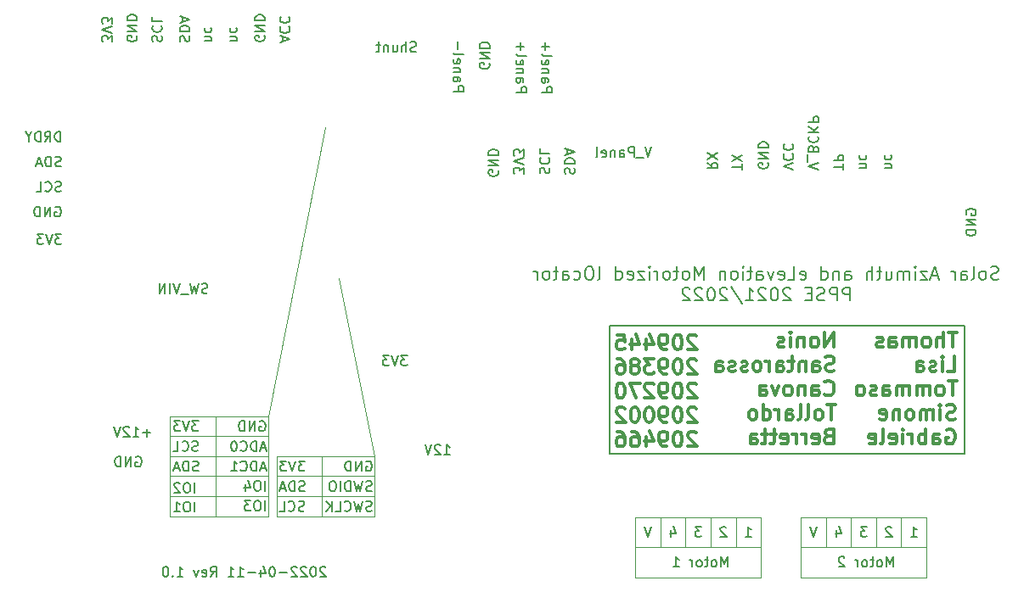
<source format=gbo>
%TF.GenerationSoftware,KiCad,Pcbnew,(6.0.4)*%
%TF.CreationDate,2022-04-13T22:57:17+02:00*%
%TF.ProjectId,PPSE_2021,50505345-5f32-4303-9231-2e6b69636164,rev?*%
%TF.SameCoordinates,Original*%
%TF.FileFunction,Legend,Bot*%
%TF.FilePolarity,Positive*%
%FSLAX46Y46*%
G04 Gerber Fmt 4.6, Leading zero omitted, Abs format (unit mm)*
G04 Created by KiCad (PCBNEW (6.0.4)) date 2022-04-13 22:57:17*
%MOMM*%
%LPD*%
G01*
G04 APERTURE LIST*
%ADD10C,0.120000*%
%ADD11C,0.200000*%
%ADD12C,0.150000*%
%ADD13C,0.300000*%
G04 APERTURE END LIST*
D10*
X171250000Y-130650000D02*
X171250000Y-127650000D01*
X113950000Y-123550000D02*
X123750000Y-123550000D01*
D11*
X182550000Y-121350000D02*
X147150000Y-121350000D01*
X147150000Y-121350000D02*
X147150000Y-108550000D01*
X147150000Y-108550000D02*
X182550000Y-108550000D01*
X182550000Y-108550000D02*
X182550000Y-121350000D01*
D10*
X103349657Y-125550000D02*
X113149657Y-125550000D01*
X173750000Y-130650000D02*
X173750000Y-127650000D01*
X168750000Y-130650000D02*
X168750000Y-127650000D01*
X159750000Y-127650000D02*
X159750000Y-130650000D01*
X107849657Y-127550000D02*
X107849657Y-121550000D01*
X166250000Y-130650000D02*
X178750000Y-130650000D01*
X103349657Y-123550000D02*
X113149657Y-123550000D01*
X176250000Y-130650000D02*
X173750000Y-130650000D01*
X113149657Y-117550000D02*
X118850000Y-88750000D01*
X166250000Y-127650000D02*
X178750000Y-127650000D01*
X178750000Y-127650000D02*
X178750000Y-133650000D01*
X178750000Y-133650000D02*
X166250000Y-133650000D01*
X166250000Y-133650000D02*
X166250000Y-127650000D01*
X103349657Y-117550000D02*
X113149657Y-117550000D01*
X113149657Y-117550000D02*
X113149657Y-127550000D01*
X113149657Y-127550000D02*
X103349657Y-127550000D01*
X103349657Y-127550000D02*
X103349657Y-117550000D01*
X154750000Y-130650000D02*
X154750000Y-127650000D01*
X103349657Y-121550000D02*
X113149657Y-121550000D01*
X149750000Y-130650000D02*
X162250000Y-130650000D01*
X118450000Y-127550000D02*
X118450000Y-121550000D01*
X113950000Y-121550000D02*
X123750000Y-121550000D01*
X123750000Y-121550000D02*
X123750000Y-127550000D01*
X123750000Y-127550000D02*
X113950000Y-127550000D01*
X113950000Y-127550000D02*
X113950000Y-121550000D01*
X107849657Y-123550000D02*
X107849657Y-117550000D01*
X123750000Y-121550000D02*
X120150000Y-103750000D01*
X149750000Y-127650000D02*
X162250000Y-127650000D01*
X162250000Y-127650000D02*
X162250000Y-133650000D01*
X162250000Y-133650000D02*
X149750000Y-133650000D01*
X149750000Y-133650000D02*
X149750000Y-127650000D01*
X157250000Y-130650000D02*
X157250000Y-127650000D01*
X152250000Y-130650000D02*
X152250000Y-127650000D01*
X113950000Y-125550000D02*
X123750000Y-125550000D01*
X176250000Y-127650000D02*
X176250000Y-130650000D01*
X159750000Y-130650000D02*
X157250000Y-130650000D01*
X103349657Y-119550000D02*
X113149657Y-119550000D01*
D11*
X185941428Y-103879690D02*
X185755714Y-103941595D01*
X185446190Y-103941595D01*
X185322380Y-103879690D01*
X185260476Y-103817785D01*
X185198571Y-103693976D01*
X185198571Y-103570166D01*
X185260476Y-103446357D01*
X185322380Y-103384452D01*
X185446190Y-103322547D01*
X185693809Y-103260642D01*
X185817619Y-103198738D01*
X185879523Y-103136833D01*
X185941428Y-103013023D01*
X185941428Y-102889214D01*
X185879523Y-102765404D01*
X185817619Y-102703500D01*
X185693809Y-102641595D01*
X185384285Y-102641595D01*
X185198571Y-102703500D01*
X184455714Y-103941595D02*
X184579523Y-103879690D01*
X184641428Y-103817785D01*
X184703333Y-103693976D01*
X184703333Y-103322547D01*
X184641428Y-103198738D01*
X184579523Y-103136833D01*
X184455714Y-103074928D01*
X184270000Y-103074928D01*
X184146190Y-103136833D01*
X184084285Y-103198738D01*
X184022380Y-103322547D01*
X184022380Y-103693976D01*
X184084285Y-103817785D01*
X184146190Y-103879690D01*
X184270000Y-103941595D01*
X184455714Y-103941595D01*
X183279523Y-103941595D02*
X183403333Y-103879690D01*
X183465238Y-103755880D01*
X183465238Y-102641595D01*
X182227142Y-103941595D02*
X182227142Y-103260642D01*
X182289047Y-103136833D01*
X182412857Y-103074928D01*
X182660476Y-103074928D01*
X182784285Y-103136833D01*
X182227142Y-103879690D02*
X182350952Y-103941595D01*
X182660476Y-103941595D01*
X182784285Y-103879690D01*
X182846190Y-103755880D01*
X182846190Y-103632071D01*
X182784285Y-103508261D01*
X182660476Y-103446357D01*
X182350952Y-103446357D01*
X182227142Y-103384452D01*
X181608095Y-103941595D02*
X181608095Y-103074928D01*
X181608095Y-103322547D02*
X181546190Y-103198738D01*
X181484285Y-103136833D01*
X181360476Y-103074928D01*
X181236666Y-103074928D01*
X179874761Y-103570166D02*
X179255714Y-103570166D01*
X179998571Y-103941595D02*
X179565238Y-102641595D01*
X179131904Y-103941595D01*
X178822380Y-103074928D02*
X178141428Y-103074928D01*
X178822380Y-103941595D01*
X178141428Y-103941595D01*
X177646190Y-103941595D02*
X177646190Y-103074928D01*
X177646190Y-102641595D02*
X177708095Y-102703500D01*
X177646190Y-102765404D01*
X177584285Y-102703500D01*
X177646190Y-102641595D01*
X177646190Y-102765404D01*
X177027142Y-103941595D02*
X177027142Y-103074928D01*
X177027142Y-103198738D02*
X176965238Y-103136833D01*
X176841428Y-103074928D01*
X176655714Y-103074928D01*
X176531904Y-103136833D01*
X176470000Y-103260642D01*
X176470000Y-103941595D01*
X176470000Y-103260642D02*
X176408095Y-103136833D01*
X176284285Y-103074928D01*
X176098571Y-103074928D01*
X175974761Y-103136833D01*
X175912857Y-103260642D01*
X175912857Y-103941595D01*
X174736666Y-103074928D02*
X174736666Y-103941595D01*
X175293809Y-103074928D02*
X175293809Y-103755880D01*
X175231904Y-103879690D01*
X175108095Y-103941595D01*
X174922380Y-103941595D01*
X174798571Y-103879690D01*
X174736666Y-103817785D01*
X174303333Y-103074928D02*
X173808095Y-103074928D01*
X174117619Y-102641595D02*
X174117619Y-103755880D01*
X174055714Y-103879690D01*
X173931904Y-103941595D01*
X173808095Y-103941595D01*
X173374761Y-103941595D02*
X173374761Y-102641595D01*
X172817619Y-103941595D02*
X172817619Y-103260642D01*
X172879523Y-103136833D01*
X173003333Y-103074928D01*
X173189047Y-103074928D01*
X173312857Y-103136833D01*
X173374761Y-103198738D01*
X170650952Y-103941595D02*
X170650952Y-103260642D01*
X170712857Y-103136833D01*
X170836666Y-103074928D01*
X171084285Y-103074928D01*
X171208095Y-103136833D01*
X170650952Y-103879690D02*
X170774761Y-103941595D01*
X171084285Y-103941595D01*
X171208095Y-103879690D01*
X171270000Y-103755880D01*
X171270000Y-103632071D01*
X171208095Y-103508261D01*
X171084285Y-103446357D01*
X170774761Y-103446357D01*
X170650952Y-103384452D01*
X170031904Y-103074928D02*
X170031904Y-103941595D01*
X170031904Y-103198738D02*
X169970000Y-103136833D01*
X169846190Y-103074928D01*
X169660476Y-103074928D01*
X169536666Y-103136833D01*
X169474761Y-103260642D01*
X169474761Y-103941595D01*
X168298571Y-103941595D02*
X168298571Y-102641595D01*
X168298571Y-103879690D02*
X168422380Y-103941595D01*
X168670000Y-103941595D01*
X168793809Y-103879690D01*
X168855714Y-103817785D01*
X168917619Y-103693976D01*
X168917619Y-103322547D01*
X168855714Y-103198738D01*
X168793809Y-103136833D01*
X168670000Y-103074928D01*
X168422380Y-103074928D01*
X168298571Y-103136833D01*
X166193809Y-103879690D02*
X166317619Y-103941595D01*
X166565238Y-103941595D01*
X166689047Y-103879690D01*
X166750952Y-103755880D01*
X166750952Y-103260642D01*
X166689047Y-103136833D01*
X166565238Y-103074928D01*
X166317619Y-103074928D01*
X166193809Y-103136833D01*
X166131904Y-103260642D01*
X166131904Y-103384452D01*
X166750952Y-103508261D01*
X164955714Y-103941595D02*
X165574761Y-103941595D01*
X165574761Y-102641595D01*
X164027142Y-103879690D02*
X164150952Y-103941595D01*
X164398571Y-103941595D01*
X164522380Y-103879690D01*
X164584285Y-103755880D01*
X164584285Y-103260642D01*
X164522380Y-103136833D01*
X164398571Y-103074928D01*
X164150952Y-103074928D01*
X164027142Y-103136833D01*
X163965238Y-103260642D01*
X163965238Y-103384452D01*
X164584285Y-103508261D01*
X163531904Y-103074928D02*
X163222380Y-103941595D01*
X162912857Y-103074928D01*
X161860476Y-103941595D02*
X161860476Y-103260642D01*
X161922380Y-103136833D01*
X162046190Y-103074928D01*
X162293809Y-103074928D01*
X162417619Y-103136833D01*
X161860476Y-103879690D02*
X161984285Y-103941595D01*
X162293809Y-103941595D01*
X162417619Y-103879690D01*
X162479523Y-103755880D01*
X162479523Y-103632071D01*
X162417619Y-103508261D01*
X162293809Y-103446357D01*
X161984285Y-103446357D01*
X161860476Y-103384452D01*
X161427142Y-103074928D02*
X160931904Y-103074928D01*
X161241428Y-102641595D02*
X161241428Y-103755880D01*
X161179523Y-103879690D01*
X161055714Y-103941595D01*
X160931904Y-103941595D01*
X160498571Y-103941595D02*
X160498571Y-103074928D01*
X160498571Y-102641595D02*
X160560476Y-102703500D01*
X160498571Y-102765404D01*
X160436666Y-102703500D01*
X160498571Y-102641595D01*
X160498571Y-102765404D01*
X159693809Y-103941595D02*
X159817619Y-103879690D01*
X159879523Y-103817785D01*
X159941428Y-103693976D01*
X159941428Y-103322547D01*
X159879523Y-103198738D01*
X159817619Y-103136833D01*
X159693809Y-103074928D01*
X159508095Y-103074928D01*
X159384285Y-103136833D01*
X159322380Y-103198738D01*
X159260476Y-103322547D01*
X159260476Y-103693976D01*
X159322380Y-103817785D01*
X159384285Y-103879690D01*
X159508095Y-103941595D01*
X159693809Y-103941595D01*
X158703333Y-103074928D02*
X158703333Y-103941595D01*
X158703333Y-103198738D02*
X158641428Y-103136833D01*
X158517619Y-103074928D01*
X158331904Y-103074928D01*
X158208095Y-103136833D01*
X158146190Y-103260642D01*
X158146190Y-103941595D01*
X156536666Y-103941595D02*
X156536666Y-102641595D01*
X156103333Y-103570166D01*
X155670000Y-102641595D01*
X155670000Y-103941595D01*
X154865238Y-103941595D02*
X154989047Y-103879690D01*
X155050952Y-103817785D01*
X155112857Y-103693976D01*
X155112857Y-103322547D01*
X155050952Y-103198738D01*
X154989047Y-103136833D01*
X154865238Y-103074928D01*
X154679523Y-103074928D01*
X154555714Y-103136833D01*
X154493809Y-103198738D01*
X154431904Y-103322547D01*
X154431904Y-103693976D01*
X154493809Y-103817785D01*
X154555714Y-103879690D01*
X154679523Y-103941595D01*
X154865238Y-103941595D01*
X154060476Y-103074928D02*
X153565238Y-103074928D01*
X153874761Y-102641595D02*
X153874761Y-103755880D01*
X153812857Y-103879690D01*
X153689047Y-103941595D01*
X153565238Y-103941595D01*
X152946190Y-103941595D02*
X153070000Y-103879690D01*
X153131904Y-103817785D01*
X153193809Y-103693976D01*
X153193809Y-103322547D01*
X153131904Y-103198738D01*
X153070000Y-103136833D01*
X152946190Y-103074928D01*
X152760476Y-103074928D01*
X152636666Y-103136833D01*
X152574761Y-103198738D01*
X152512857Y-103322547D01*
X152512857Y-103693976D01*
X152574761Y-103817785D01*
X152636666Y-103879690D01*
X152760476Y-103941595D01*
X152946190Y-103941595D01*
X151955714Y-103941595D02*
X151955714Y-103074928D01*
X151955714Y-103322547D02*
X151893809Y-103198738D01*
X151831904Y-103136833D01*
X151708095Y-103074928D01*
X151584285Y-103074928D01*
X151150952Y-103941595D02*
X151150952Y-103074928D01*
X151150952Y-102641595D02*
X151212857Y-102703500D01*
X151150952Y-102765404D01*
X151089047Y-102703500D01*
X151150952Y-102641595D01*
X151150952Y-102765404D01*
X150655714Y-103074928D02*
X149974761Y-103074928D01*
X150655714Y-103941595D01*
X149974761Y-103941595D01*
X148984285Y-103879690D02*
X149108095Y-103941595D01*
X149355714Y-103941595D01*
X149479523Y-103879690D01*
X149541428Y-103755880D01*
X149541428Y-103260642D01*
X149479523Y-103136833D01*
X149355714Y-103074928D01*
X149108095Y-103074928D01*
X148984285Y-103136833D01*
X148922380Y-103260642D01*
X148922380Y-103384452D01*
X149541428Y-103508261D01*
X147808095Y-103941595D02*
X147808095Y-102641595D01*
X147808095Y-103879690D02*
X147931904Y-103941595D01*
X148179523Y-103941595D01*
X148303333Y-103879690D01*
X148365238Y-103817785D01*
X148427142Y-103693976D01*
X148427142Y-103322547D01*
X148365238Y-103198738D01*
X148303333Y-103136833D01*
X148179523Y-103074928D01*
X147931904Y-103074928D01*
X147808095Y-103136833D01*
X146012857Y-103941595D02*
X146136666Y-103879690D01*
X146198571Y-103755880D01*
X146198571Y-102641595D01*
X145270000Y-102641595D02*
X145022380Y-102641595D01*
X144898571Y-102703500D01*
X144774761Y-102827309D01*
X144712857Y-103074928D01*
X144712857Y-103508261D01*
X144774761Y-103755880D01*
X144898571Y-103879690D01*
X145022380Y-103941595D01*
X145270000Y-103941595D01*
X145393809Y-103879690D01*
X145517619Y-103755880D01*
X145579523Y-103508261D01*
X145579523Y-103074928D01*
X145517619Y-102827309D01*
X145393809Y-102703500D01*
X145270000Y-102641595D01*
X143598571Y-103879690D02*
X143722380Y-103941595D01*
X143970000Y-103941595D01*
X144093809Y-103879690D01*
X144155714Y-103817785D01*
X144217619Y-103693976D01*
X144217619Y-103322547D01*
X144155714Y-103198738D01*
X144093809Y-103136833D01*
X143970000Y-103074928D01*
X143722380Y-103074928D01*
X143598571Y-103136833D01*
X142484285Y-103941595D02*
X142484285Y-103260642D01*
X142546190Y-103136833D01*
X142670000Y-103074928D01*
X142917619Y-103074928D01*
X143041428Y-103136833D01*
X142484285Y-103879690D02*
X142608095Y-103941595D01*
X142917619Y-103941595D01*
X143041428Y-103879690D01*
X143103333Y-103755880D01*
X143103333Y-103632071D01*
X143041428Y-103508261D01*
X142917619Y-103446357D01*
X142608095Y-103446357D01*
X142484285Y-103384452D01*
X142050952Y-103074928D02*
X141555714Y-103074928D01*
X141865238Y-102641595D02*
X141865238Y-103755880D01*
X141803333Y-103879690D01*
X141679523Y-103941595D01*
X141555714Y-103941595D01*
X140936666Y-103941595D02*
X141060476Y-103879690D01*
X141122380Y-103817785D01*
X141184285Y-103693976D01*
X141184285Y-103322547D01*
X141122380Y-103198738D01*
X141060476Y-103136833D01*
X140936666Y-103074928D01*
X140750952Y-103074928D01*
X140627142Y-103136833D01*
X140565238Y-103198738D01*
X140503333Y-103322547D01*
X140503333Y-103693976D01*
X140565238Y-103817785D01*
X140627142Y-103879690D01*
X140750952Y-103941595D01*
X140936666Y-103941595D01*
X139946190Y-103941595D02*
X139946190Y-103074928D01*
X139946190Y-103322547D02*
X139884285Y-103198738D01*
X139822380Y-103136833D01*
X139698571Y-103074928D01*
X139574761Y-103074928D01*
X171146190Y-106034595D02*
X171146190Y-104734595D01*
X170650952Y-104734595D01*
X170527142Y-104796500D01*
X170465238Y-104858404D01*
X170403333Y-104982214D01*
X170403333Y-105167928D01*
X170465238Y-105291738D01*
X170527142Y-105353642D01*
X170650952Y-105415547D01*
X171146190Y-105415547D01*
X169846190Y-106034595D02*
X169846190Y-104734595D01*
X169350952Y-104734595D01*
X169227142Y-104796500D01*
X169165238Y-104858404D01*
X169103333Y-104982214D01*
X169103333Y-105167928D01*
X169165238Y-105291738D01*
X169227142Y-105353642D01*
X169350952Y-105415547D01*
X169846190Y-105415547D01*
X168608095Y-105972690D02*
X168422380Y-106034595D01*
X168112857Y-106034595D01*
X167989047Y-105972690D01*
X167927142Y-105910785D01*
X167865238Y-105786976D01*
X167865238Y-105663166D01*
X167927142Y-105539357D01*
X167989047Y-105477452D01*
X168112857Y-105415547D01*
X168360476Y-105353642D01*
X168484285Y-105291738D01*
X168546190Y-105229833D01*
X168608095Y-105106023D01*
X168608095Y-104982214D01*
X168546190Y-104858404D01*
X168484285Y-104796500D01*
X168360476Y-104734595D01*
X168050952Y-104734595D01*
X167865238Y-104796500D01*
X167308095Y-105353642D02*
X166874761Y-105353642D01*
X166689047Y-106034595D02*
X167308095Y-106034595D01*
X167308095Y-104734595D01*
X166689047Y-104734595D01*
X165203333Y-104858404D02*
X165141428Y-104796500D01*
X165017619Y-104734595D01*
X164708095Y-104734595D01*
X164584285Y-104796500D01*
X164522380Y-104858404D01*
X164460476Y-104982214D01*
X164460476Y-105106023D01*
X164522380Y-105291738D01*
X165265238Y-106034595D01*
X164460476Y-106034595D01*
X163655714Y-104734595D02*
X163531904Y-104734595D01*
X163408095Y-104796500D01*
X163346190Y-104858404D01*
X163284285Y-104982214D01*
X163222380Y-105229833D01*
X163222380Y-105539357D01*
X163284285Y-105786976D01*
X163346190Y-105910785D01*
X163408095Y-105972690D01*
X163531904Y-106034595D01*
X163655714Y-106034595D01*
X163779523Y-105972690D01*
X163841428Y-105910785D01*
X163903333Y-105786976D01*
X163965238Y-105539357D01*
X163965238Y-105229833D01*
X163903333Y-104982214D01*
X163841428Y-104858404D01*
X163779523Y-104796500D01*
X163655714Y-104734595D01*
X162727142Y-104858404D02*
X162665238Y-104796500D01*
X162541428Y-104734595D01*
X162231904Y-104734595D01*
X162108095Y-104796500D01*
X162046190Y-104858404D01*
X161984285Y-104982214D01*
X161984285Y-105106023D01*
X162046190Y-105291738D01*
X162789047Y-106034595D01*
X161984285Y-106034595D01*
X160746190Y-106034595D02*
X161489047Y-106034595D01*
X161117619Y-106034595D02*
X161117619Y-104734595D01*
X161241428Y-104920309D01*
X161365238Y-105044119D01*
X161489047Y-105106023D01*
X159260476Y-104672690D02*
X160374761Y-106344119D01*
X158889047Y-104858404D02*
X158827142Y-104796500D01*
X158703333Y-104734595D01*
X158393809Y-104734595D01*
X158270000Y-104796500D01*
X158208095Y-104858404D01*
X158146190Y-104982214D01*
X158146190Y-105106023D01*
X158208095Y-105291738D01*
X158950952Y-106034595D01*
X158146190Y-106034595D01*
X157341428Y-104734595D02*
X157217619Y-104734595D01*
X157093809Y-104796500D01*
X157031904Y-104858404D01*
X156970000Y-104982214D01*
X156908095Y-105229833D01*
X156908095Y-105539357D01*
X156970000Y-105786976D01*
X157031904Y-105910785D01*
X157093809Y-105972690D01*
X157217619Y-106034595D01*
X157341428Y-106034595D01*
X157465238Y-105972690D01*
X157527142Y-105910785D01*
X157589047Y-105786976D01*
X157650952Y-105539357D01*
X157650952Y-105229833D01*
X157589047Y-104982214D01*
X157527142Y-104858404D01*
X157465238Y-104796500D01*
X157341428Y-104734595D01*
X156412857Y-104858404D02*
X156350952Y-104796500D01*
X156227142Y-104734595D01*
X155917619Y-104734595D01*
X155793809Y-104796500D01*
X155731904Y-104858404D01*
X155670000Y-104982214D01*
X155670000Y-105106023D01*
X155731904Y-105291738D01*
X156474761Y-106034595D01*
X155670000Y-106034595D01*
X155174761Y-104858404D02*
X155112857Y-104796500D01*
X154989047Y-104734595D01*
X154679523Y-104734595D01*
X154555714Y-104796500D01*
X154493809Y-104858404D01*
X154431904Y-104982214D01*
X154431904Y-105106023D01*
X154493809Y-105291738D01*
X155236666Y-106034595D01*
X154431904Y-106034595D01*
D12*
X106118585Y-121004761D02*
X105975728Y-121052380D01*
X105737633Y-121052380D01*
X105642395Y-121004761D01*
X105594776Y-120957142D01*
X105547157Y-120861904D01*
X105547157Y-120766666D01*
X105594776Y-120671428D01*
X105642395Y-120623809D01*
X105737633Y-120576190D01*
X105928109Y-120528571D01*
X106023347Y-120480952D01*
X106070966Y-120433333D01*
X106118585Y-120338095D01*
X106118585Y-120242857D01*
X106070966Y-120147619D01*
X106023347Y-120100000D01*
X105928109Y-120052380D01*
X105690014Y-120052380D01*
X105547157Y-120100000D01*
X104547157Y-120957142D02*
X104594776Y-121004761D01*
X104737633Y-121052380D01*
X104832871Y-121052380D01*
X104975728Y-121004761D01*
X105070966Y-120909523D01*
X105118585Y-120814285D01*
X105166204Y-120623809D01*
X105166204Y-120480952D01*
X105118585Y-120290476D01*
X105070966Y-120195238D01*
X104975728Y-120100000D01*
X104832871Y-120052380D01*
X104737633Y-120052380D01*
X104594776Y-120100000D01*
X104547157Y-120147619D01*
X103642395Y-121052380D02*
X104118585Y-121052380D01*
X104118585Y-120052380D01*
X165497619Y-92957261D02*
X164497619Y-92623928D01*
X165497619Y-92290595D01*
X164592857Y-91385833D02*
X164545238Y-91433452D01*
X164497619Y-91576309D01*
X164497619Y-91671547D01*
X164545238Y-91814404D01*
X164640476Y-91909642D01*
X164735714Y-91957261D01*
X164926190Y-92004880D01*
X165069047Y-92004880D01*
X165259523Y-91957261D01*
X165354761Y-91909642D01*
X165450000Y-91814404D01*
X165497619Y-91671547D01*
X165497619Y-91576309D01*
X165450000Y-91433452D01*
X165402380Y-91385833D01*
X164592857Y-90385833D02*
X164545238Y-90433452D01*
X164497619Y-90576309D01*
X164497619Y-90671547D01*
X164545238Y-90814404D01*
X164640476Y-90909642D01*
X164735714Y-90957261D01*
X164926190Y-91004880D01*
X165069047Y-91004880D01*
X165259523Y-90957261D01*
X165354761Y-90909642D01*
X165450000Y-90814404D01*
X165497619Y-90671547D01*
X165497619Y-90576309D01*
X165450000Y-90433452D01*
X165402380Y-90385833D01*
X172764285Y-92814404D02*
X172097619Y-92814404D01*
X172669047Y-92814404D02*
X172716666Y-92766785D01*
X172764285Y-92671547D01*
X172764285Y-92528690D01*
X172716666Y-92433452D01*
X172621428Y-92385833D01*
X172097619Y-92385833D01*
X172145238Y-91481071D02*
X172097619Y-91576309D01*
X172097619Y-91766785D01*
X172145238Y-91862023D01*
X172192857Y-91909642D01*
X172288095Y-91957261D01*
X172573809Y-91957261D01*
X172669047Y-91909642D01*
X172716666Y-91862023D01*
X172764285Y-91766785D01*
X172764285Y-91576309D01*
X172716666Y-91481071D01*
X156333333Y-128602380D02*
X155714285Y-128602380D01*
X156047619Y-128983333D01*
X155904761Y-128983333D01*
X155809523Y-129030952D01*
X155761904Y-129078571D01*
X155714285Y-129173809D01*
X155714285Y-129411904D01*
X155761904Y-129507142D01*
X155809523Y-129554761D01*
X155904761Y-129602380D01*
X156190476Y-129602380D01*
X156285714Y-129554761D01*
X156333333Y-129507142D01*
X136050000Y-93033214D02*
X136097619Y-93128452D01*
X136097619Y-93271309D01*
X136050000Y-93414166D01*
X135954761Y-93509404D01*
X135859523Y-93557023D01*
X135669047Y-93604642D01*
X135526190Y-93604642D01*
X135335714Y-93557023D01*
X135240476Y-93509404D01*
X135145238Y-93414166D01*
X135097619Y-93271309D01*
X135097619Y-93176071D01*
X135145238Y-93033214D01*
X135192857Y-92985595D01*
X135526190Y-92985595D01*
X135526190Y-93176071D01*
X135097619Y-92557023D02*
X136097619Y-92557023D01*
X135097619Y-91985595D01*
X136097619Y-91985595D01*
X135097619Y-91509404D02*
X136097619Y-91509404D01*
X136097619Y-91271309D01*
X136050000Y-91128452D01*
X135954761Y-91033214D01*
X135859523Y-90985595D01*
X135669047Y-90937976D01*
X135526190Y-90937976D01*
X135335714Y-90985595D01*
X135240476Y-91033214D01*
X135145238Y-91128452D01*
X135097619Y-91271309D01*
X135097619Y-91509404D01*
X160714285Y-129602380D02*
X161285714Y-129602380D01*
X161000000Y-129602380D02*
X161000000Y-128602380D01*
X161095238Y-128745238D01*
X161190476Y-128840476D01*
X161285714Y-128888095D01*
X112290252Y-118100000D02*
X112385490Y-118052380D01*
X112528347Y-118052380D01*
X112671204Y-118100000D01*
X112766442Y-118195238D01*
X112814061Y-118290476D01*
X112861680Y-118480952D01*
X112861680Y-118623809D01*
X112814061Y-118814285D01*
X112766442Y-118909523D01*
X112671204Y-119004761D01*
X112528347Y-119052380D01*
X112433109Y-119052380D01*
X112290252Y-119004761D01*
X112242633Y-118957142D01*
X112242633Y-118623809D01*
X112433109Y-118623809D01*
X111814061Y-119052380D02*
X111814061Y-118052380D01*
X111242633Y-119052380D01*
X111242633Y-118052380D01*
X110766442Y-119052380D02*
X110766442Y-118052380D01*
X110528347Y-118052380D01*
X110385490Y-118100000D01*
X110290252Y-118195238D01*
X110242633Y-118290476D01*
X110195014Y-118480952D01*
X110195014Y-118623809D01*
X110242633Y-118814285D01*
X110290252Y-118909523D01*
X110385490Y-119004761D01*
X110528347Y-119052380D01*
X110766442Y-119052380D01*
X142745238Y-93366547D02*
X142697619Y-93223690D01*
X142697619Y-92985595D01*
X142745238Y-92890357D01*
X142792857Y-92842738D01*
X142888095Y-92795119D01*
X142983333Y-92795119D01*
X143078571Y-92842738D01*
X143126190Y-92890357D01*
X143173809Y-92985595D01*
X143221428Y-93176071D01*
X143269047Y-93271309D01*
X143316666Y-93318928D01*
X143411904Y-93366547D01*
X143507142Y-93366547D01*
X143602380Y-93318928D01*
X143650000Y-93271309D01*
X143697619Y-93176071D01*
X143697619Y-92937976D01*
X143650000Y-92795119D01*
X142697619Y-92366547D02*
X143697619Y-92366547D01*
X143697619Y-92128452D01*
X143650000Y-91985595D01*
X143554761Y-91890357D01*
X143459523Y-91842738D01*
X143269047Y-91795119D01*
X143126190Y-91795119D01*
X142935714Y-91842738D01*
X142840476Y-91890357D01*
X142745238Y-91985595D01*
X142697619Y-92128452D01*
X142697619Y-92366547D01*
X142983333Y-91414166D02*
X142983333Y-90937976D01*
X142697619Y-91509404D02*
X143697619Y-91176071D01*
X142697619Y-90842738D01*
X91890595Y-96700000D02*
X91985833Y-96652380D01*
X92128690Y-96652380D01*
X92271547Y-96700000D01*
X92366785Y-96795238D01*
X92414404Y-96890476D01*
X92462023Y-97080952D01*
X92462023Y-97223809D01*
X92414404Y-97414285D01*
X92366785Y-97509523D01*
X92271547Y-97604761D01*
X92128690Y-97652380D01*
X92033452Y-97652380D01*
X91890595Y-97604761D01*
X91842976Y-97557142D01*
X91842976Y-97223809D01*
X92033452Y-97223809D01*
X91414404Y-97652380D02*
X91414404Y-96652380D01*
X90842976Y-97652380D01*
X90842976Y-96652380D01*
X90366785Y-97652380D02*
X90366785Y-96652380D01*
X90128690Y-96652380D01*
X89985833Y-96700000D01*
X89890595Y-96795238D01*
X89842976Y-96890476D01*
X89795357Y-97080952D01*
X89795357Y-97223809D01*
X89842976Y-97414285D01*
X89890595Y-97509523D01*
X89985833Y-97604761D01*
X90128690Y-97652380D01*
X90366785Y-97652380D01*
X151333333Y-128602380D02*
X151000000Y-129602380D01*
X150666666Y-128602380D01*
X92414404Y-90152380D02*
X92414404Y-89152380D01*
X92176309Y-89152380D01*
X92033452Y-89200000D01*
X91938214Y-89295238D01*
X91890595Y-89390476D01*
X91842976Y-89580952D01*
X91842976Y-89723809D01*
X91890595Y-89914285D01*
X91938214Y-90009523D01*
X92033452Y-90104761D01*
X92176309Y-90152380D01*
X92414404Y-90152380D01*
X90842976Y-90152380D02*
X91176309Y-89676190D01*
X91414404Y-90152380D02*
X91414404Y-89152380D01*
X91033452Y-89152380D01*
X90938214Y-89200000D01*
X90890595Y-89247619D01*
X90842976Y-89342857D01*
X90842976Y-89485714D01*
X90890595Y-89580952D01*
X90938214Y-89628571D01*
X91033452Y-89676190D01*
X91414404Y-89676190D01*
X90414404Y-90152380D02*
X90414404Y-89152380D01*
X90176309Y-89152380D01*
X90033452Y-89200000D01*
X89938214Y-89295238D01*
X89890595Y-89390476D01*
X89842976Y-89580952D01*
X89842976Y-89723809D01*
X89890595Y-89914285D01*
X89938214Y-90009523D01*
X90033452Y-90104761D01*
X90176309Y-90152380D01*
X90414404Y-90152380D01*
X89223928Y-89676190D02*
X89223928Y-90152380D01*
X89557261Y-89152380D02*
X89223928Y-89676190D01*
X88890595Y-89152380D01*
X106166204Y-118052380D02*
X105547157Y-118052380D01*
X105880490Y-118433333D01*
X105737633Y-118433333D01*
X105642395Y-118480952D01*
X105594776Y-118528571D01*
X105547157Y-118623809D01*
X105547157Y-118861904D01*
X105594776Y-118957142D01*
X105642395Y-119004761D01*
X105737633Y-119052380D01*
X106023347Y-119052380D01*
X106118585Y-119004761D01*
X106166204Y-118957142D01*
X105261442Y-118052380D02*
X104928109Y-119052380D01*
X104594776Y-118052380D01*
X104356680Y-118052380D02*
X103737633Y-118052380D01*
X104070966Y-118433333D01*
X103928109Y-118433333D01*
X103832871Y-118480952D01*
X103785252Y-118528571D01*
X103737633Y-118623809D01*
X103737633Y-118861904D01*
X103785252Y-118957142D01*
X103832871Y-119004761D01*
X103928109Y-119052380D01*
X104213823Y-119052380D01*
X104309061Y-119004761D01*
X104356680Y-118957142D01*
X122890595Y-122100000D02*
X122985833Y-122052380D01*
X123128690Y-122052380D01*
X123271547Y-122100000D01*
X123366785Y-122195238D01*
X123414404Y-122290476D01*
X123462023Y-122480952D01*
X123462023Y-122623809D01*
X123414404Y-122814285D01*
X123366785Y-122909523D01*
X123271547Y-123004761D01*
X123128690Y-123052380D01*
X123033452Y-123052380D01*
X122890595Y-123004761D01*
X122842976Y-122957142D01*
X122842976Y-122623809D01*
X123033452Y-122623809D01*
X122414404Y-123052380D02*
X122414404Y-122052380D01*
X121842976Y-123052380D01*
X121842976Y-122052380D01*
X121366785Y-123052380D02*
X121366785Y-122052380D01*
X121128690Y-122052380D01*
X120985833Y-122100000D01*
X120890595Y-122195238D01*
X120842976Y-122290476D01*
X120795357Y-122480952D01*
X120795357Y-122623809D01*
X120842976Y-122814285D01*
X120890595Y-122909523D01*
X120985833Y-123004761D01*
X121128690Y-123052380D01*
X121366785Y-123052380D01*
X123462023Y-127004761D02*
X123319166Y-127052380D01*
X123081071Y-127052380D01*
X122985833Y-127004761D01*
X122938214Y-126957142D01*
X122890595Y-126861904D01*
X122890595Y-126766666D01*
X122938214Y-126671428D01*
X122985833Y-126623809D01*
X123081071Y-126576190D01*
X123271547Y-126528571D01*
X123366785Y-126480952D01*
X123414404Y-126433333D01*
X123462023Y-126338095D01*
X123462023Y-126242857D01*
X123414404Y-126147619D01*
X123366785Y-126100000D01*
X123271547Y-126052380D01*
X123033452Y-126052380D01*
X122890595Y-126100000D01*
X122557261Y-126052380D02*
X122319166Y-127052380D01*
X122128690Y-126338095D01*
X121938214Y-127052380D01*
X121700119Y-126052380D01*
X120747738Y-126957142D02*
X120795357Y-127004761D01*
X120938214Y-127052380D01*
X121033452Y-127052380D01*
X121176309Y-127004761D01*
X121271547Y-126909523D01*
X121319166Y-126814285D01*
X121366785Y-126623809D01*
X121366785Y-126480952D01*
X121319166Y-126290476D01*
X121271547Y-126195238D01*
X121176309Y-126100000D01*
X121033452Y-126052380D01*
X120938214Y-126052380D01*
X120795357Y-126100000D01*
X120747738Y-126147619D01*
X119842976Y-127052380D02*
X120319166Y-127052380D01*
X120319166Y-126052380D01*
X119509642Y-127052380D02*
X119509642Y-126052380D01*
X118938214Y-127052380D02*
X119366785Y-126480952D01*
X118938214Y-126052380D02*
X119509642Y-126623809D01*
X114583333Y-80162023D02*
X114583333Y-79685833D01*
X114297619Y-80257261D02*
X115297619Y-79923928D01*
X114297619Y-79590595D01*
X114392857Y-78685833D02*
X114345238Y-78733452D01*
X114297619Y-78876309D01*
X114297619Y-78971547D01*
X114345238Y-79114404D01*
X114440476Y-79209642D01*
X114535714Y-79257261D01*
X114726190Y-79304880D01*
X114869047Y-79304880D01*
X115059523Y-79257261D01*
X115154761Y-79209642D01*
X115250000Y-79114404D01*
X115297619Y-78971547D01*
X115297619Y-78876309D01*
X115250000Y-78733452D01*
X115202380Y-78685833D01*
X114392857Y-77685833D02*
X114345238Y-77733452D01*
X114297619Y-77876309D01*
X114297619Y-77971547D01*
X114345238Y-78114404D01*
X114440476Y-78209642D01*
X114535714Y-78257261D01*
X114726190Y-78304880D01*
X114869047Y-78304880D01*
X115059523Y-78257261D01*
X115154761Y-78209642D01*
X115250000Y-78114404D01*
X115297619Y-77971547D01*
X115297619Y-77876309D01*
X115250000Y-77733452D01*
X115202380Y-77685833D01*
X182750000Y-97438095D02*
X182702380Y-97342857D01*
X182702380Y-97200000D01*
X182750000Y-97057142D01*
X182845238Y-96961904D01*
X182940476Y-96914285D01*
X183130952Y-96866666D01*
X183273809Y-96866666D01*
X183464285Y-96914285D01*
X183559523Y-96961904D01*
X183654761Y-97057142D01*
X183702380Y-97200000D01*
X183702380Y-97295238D01*
X183654761Y-97438095D01*
X183607142Y-97485714D01*
X183273809Y-97485714D01*
X183273809Y-97295238D01*
X183702380Y-97914285D02*
X182702380Y-97914285D01*
X183702380Y-98485714D01*
X182702380Y-98485714D01*
X183702380Y-98961904D02*
X182702380Y-98961904D01*
X182702380Y-99200000D01*
X182750000Y-99342857D01*
X182845238Y-99438095D01*
X182940476Y-99485714D01*
X183130952Y-99533333D01*
X183273809Y-99533333D01*
X183464285Y-99485714D01*
X183559523Y-99438095D01*
X183654761Y-99342857D01*
X183702380Y-99200000D01*
X183702380Y-98961904D01*
X137902019Y-85237976D02*
X138902019Y-85237976D01*
X138902019Y-84857023D01*
X138854400Y-84761785D01*
X138806780Y-84714166D01*
X138711542Y-84666547D01*
X138568685Y-84666547D01*
X138473447Y-84714166D01*
X138425828Y-84761785D01*
X138378209Y-84857023D01*
X138378209Y-85237976D01*
X137902019Y-83809404D02*
X138425828Y-83809404D01*
X138521066Y-83857023D01*
X138568685Y-83952261D01*
X138568685Y-84142738D01*
X138521066Y-84237976D01*
X137949638Y-83809404D02*
X137902019Y-83904642D01*
X137902019Y-84142738D01*
X137949638Y-84237976D01*
X138044876Y-84285595D01*
X138140114Y-84285595D01*
X138235352Y-84237976D01*
X138282971Y-84142738D01*
X138282971Y-83904642D01*
X138330590Y-83809404D01*
X138568685Y-83333214D02*
X137902019Y-83333214D01*
X138473447Y-83333214D02*
X138521066Y-83285595D01*
X138568685Y-83190357D01*
X138568685Y-83047500D01*
X138521066Y-82952261D01*
X138425828Y-82904642D01*
X137902019Y-82904642D01*
X137949638Y-82047500D02*
X137902019Y-82142738D01*
X137902019Y-82333214D01*
X137949638Y-82428452D01*
X138044876Y-82476071D01*
X138425828Y-82476071D01*
X138521066Y-82428452D01*
X138568685Y-82333214D01*
X138568685Y-82142738D01*
X138521066Y-82047500D01*
X138425828Y-81999880D01*
X138330590Y-81999880D01*
X138235352Y-82476071D01*
X137902019Y-81428452D02*
X137949638Y-81523690D01*
X138044876Y-81571309D01*
X138902019Y-81571309D01*
X138282971Y-81047500D02*
X138282971Y-80285595D01*
X137902019Y-80666547D02*
X138663923Y-80666547D01*
X175285714Y-128697619D02*
X175238095Y-128650000D01*
X175142857Y-128602380D01*
X174904761Y-128602380D01*
X174809523Y-128650000D01*
X174761904Y-128697619D01*
X174714285Y-128792857D01*
X174714285Y-128888095D01*
X174761904Y-129030952D01*
X175333333Y-129602380D01*
X174714285Y-129602380D01*
X105785252Y-125202380D02*
X105785252Y-124202380D01*
X105118585Y-124202380D02*
X104928109Y-124202380D01*
X104832871Y-124250000D01*
X104737633Y-124345238D01*
X104690014Y-124535714D01*
X104690014Y-124869047D01*
X104737633Y-125059523D01*
X104832871Y-125154761D01*
X104928109Y-125202380D01*
X105118585Y-125202380D01*
X105213823Y-125154761D01*
X105309061Y-125059523D01*
X105356680Y-124869047D01*
X105356680Y-124535714D01*
X105309061Y-124345238D01*
X105213823Y-124250000D01*
X105118585Y-124202380D01*
X104309061Y-124297619D02*
X104261442Y-124250000D01*
X104166204Y-124202380D01*
X103928109Y-124202380D01*
X103832871Y-124250000D01*
X103785252Y-124297619D01*
X103737633Y-124392857D01*
X103737633Y-124488095D01*
X103785252Y-124630952D01*
X104356680Y-125202380D01*
X103737633Y-125202380D01*
X172833333Y-128602380D02*
X172214285Y-128602380D01*
X172547619Y-128983333D01*
X172404761Y-128983333D01*
X172309523Y-129030952D01*
X172261904Y-129078571D01*
X172214285Y-129173809D01*
X172214285Y-129411904D01*
X172261904Y-129507142D01*
X172309523Y-129554761D01*
X172404761Y-129602380D01*
X172690476Y-129602380D01*
X172785714Y-129554761D01*
X172833333Y-129507142D01*
X153309523Y-128935714D02*
X153309523Y-129602380D01*
X153547619Y-128554761D02*
X153785714Y-129269047D01*
X153166666Y-129269047D01*
D13*
X169487857Y-110678571D02*
X169487857Y-109178571D01*
X168630714Y-110678571D01*
X168630714Y-109178571D01*
X167702142Y-110678571D02*
X167845000Y-110607142D01*
X167916428Y-110535714D01*
X167987857Y-110392857D01*
X167987857Y-109964285D01*
X167916428Y-109821428D01*
X167845000Y-109750000D01*
X167702142Y-109678571D01*
X167487857Y-109678571D01*
X167345000Y-109750000D01*
X167273571Y-109821428D01*
X167202142Y-109964285D01*
X167202142Y-110392857D01*
X167273571Y-110535714D01*
X167345000Y-110607142D01*
X167487857Y-110678571D01*
X167702142Y-110678571D01*
X166559285Y-109678571D02*
X166559285Y-110678571D01*
X166559285Y-109821428D02*
X166487857Y-109750000D01*
X166345000Y-109678571D01*
X166130714Y-109678571D01*
X165987857Y-109750000D01*
X165916428Y-109892857D01*
X165916428Y-110678571D01*
X165202142Y-110678571D02*
X165202142Y-109678571D01*
X165202142Y-109178571D02*
X165273571Y-109250000D01*
X165202142Y-109321428D01*
X165130714Y-109250000D01*
X165202142Y-109178571D01*
X165202142Y-109321428D01*
X164559285Y-110607142D02*
X164416428Y-110678571D01*
X164130714Y-110678571D01*
X163987857Y-110607142D01*
X163916428Y-110464285D01*
X163916428Y-110392857D01*
X163987857Y-110250000D01*
X164130714Y-110178571D01*
X164345000Y-110178571D01*
X164487857Y-110107142D01*
X164559285Y-109964285D01*
X164559285Y-109892857D01*
X164487857Y-109750000D01*
X164345000Y-109678571D01*
X164130714Y-109678571D01*
X163987857Y-109750000D01*
X169559285Y-113022142D02*
X169345000Y-113093571D01*
X168987857Y-113093571D01*
X168845000Y-113022142D01*
X168773571Y-112950714D01*
X168702142Y-112807857D01*
X168702142Y-112665000D01*
X168773571Y-112522142D01*
X168845000Y-112450714D01*
X168987857Y-112379285D01*
X169273571Y-112307857D01*
X169416428Y-112236428D01*
X169487857Y-112165000D01*
X169559285Y-112022142D01*
X169559285Y-111879285D01*
X169487857Y-111736428D01*
X169416428Y-111665000D01*
X169273571Y-111593571D01*
X168916428Y-111593571D01*
X168702142Y-111665000D01*
X167416428Y-113093571D02*
X167416428Y-112307857D01*
X167487857Y-112165000D01*
X167630714Y-112093571D01*
X167916428Y-112093571D01*
X168059285Y-112165000D01*
X167416428Y-113022142D02*
X167559285Y-113093571D01*
X167916428Y-113093571D01*
X168059285Y-113022142D01*
X168130714Y-112879285D01*
X168130714Y-112736428D01*
X168059285Y-112593571D01*
X167916428Y-112522142D01*
X167559285Y-112522142D01*
X167416428Y-112450714D01*
X166702142Y-112093571D02*
X166702142Y-113093571D01*
X166702142Y-112236428D02*
X166630714Y-112165000D01*
X166487857Y-112093571D01*
X166273571Y-112093571D01*
X166130714Y-112165000D01*
X166059285Y-112307857D01*
X166059285Y-113093571D01*
X165559285Y-112093571D02*
X164987857Y-112093571D01*
X165345000Y-111593571D02*
X165345000Y-112879285D01*
X165273571Y-113022142D01*
X165130714Y-113093571D01*
X164987857Y-113093571D01*
X163845000Y-113093571D02*
X163845000Y-112307857D01*
X163916428Y-112165000D01*
X164059285Y-112093571D01*
X164345000Y-112093571D01*
X164487857Y-112165000D01*
X163845000Y-113022142D02*
X163987857Y-113093571D01*
X164345000Y-113093571D01*
X164487857Y-113022142D01*
X164559285Y-112879285D01*
X164559285Y-112736428D01*
X164487857Y-112593571D01*
X164345000Y-112522142D01*
X163987857Y-112522142D01*
X163845000Y-112450714D01*
X163130714Y-113093571D02*
X163130714Y-112093571D01*
X163130714Y-112379285D02*
X163059285Y-112236428D01*
X162987857Y-112165000D01*
X162845000Y-112093571D01*
X162702142Y-112093571D01*
X161987857Y-113093571D02*
X162130714Y-113022142D01*
X162202142Y-112950714D01*
X162273571Y-112807857D01*
X162273571Y-112379285D01*
X162202142Y-112236428D01*
X162130714Y-112165000D01*
X161987857Y-112093571D01*
X161773571Y-112093571D01*
X161630714Y-112165000D01*
X161559285Y-112236428D01*
X161487857Y-112379285D01*
X161487857Y-112807857D01*
X161559285Y-112950714D01*
X161630714Y-113022142D01*
X161773571Y-113093571D01*
X161987857Y-113093571D01*
X160916428Y-113022142D02*
X160773571Y-113093571D01*
X160487857Y-113093571D01*
X160345000Y-113022142D01*
X160273571Y-112879285D01*
X160273571Y-112807857D01*
X160345000Y-112665000D01*
X160487857Y-112593571D01*
X160702142Y-112593571D01*
X160845000Y-112522142D01*
X160916428Y-112379285D01*
X160916428Y-112307857D01*
X160845000Y-112165000D01*
X160702142Y-112093571D01*
X160487857Y-112093571D01*
X160345000Y-112165000D01*
X159702142Y-113022142D02*
X159559285Y-113093571D01*
X159273571Y-113093571D01*
X159130714Y-113022142D01*
X159059285Y-112879285D01*
X159059285Y-112807857D01*
X159130714Y-112665000D01*
X159273571Y-112593571D01*
X159487857Y-112593571D01*
X159630714Y-112522142D01*
X159702142Y-112379285D01*
X159702142Y-112307857D01*
X159630714Y-112165000D01*
X159487857Y-112093571D01*
X159273571Y-112093571D01*
X159130714Y-112165000D01*
X157773571Y-113093571D02*
X157773571Y-112307857D01*
X157845000Y-112165000D01*
X157987857Y-112093571D01*
X158273571Y-112093571D01*
X158416428Y-112165000D01*
X157773571Y-113022142D02*
X157916428Y-113093571D01*
X158273571Y-113093571D01*
X158416428Y-113022142D01*
X158487857Y-112879285D01*
X158487857Y-112736428D01*
X158416428Y-112593571D01*
X158273571Y-112522142D01*
X157916428Y-112522142D01*
X157773571Y-112450714D01*
X168630714Y-115365714D02*
X168702142Y-115437142D01*
X168916428Y-115508571D01*
X169059285Y-115508571D01*
X169273571Y-115437142D01*
X169416428Y-115294285D01*
X169487857Y-115151428D01*
X169559285Y-114865714D01*
X169559285Y-114651428D01*
X169487857Y-114365714D01*
X169416428Y-114222857D01*
X169273571Y-114080000D01*
X169059285Y-114008571D01*
X168916428Y-114008571D01*
X168702142Y-114080000D01*
X168630714Y-114151428D01*
X167345000Y-115508571D02*
X167345000Y-114722857D01*
X167416428Y-114580000D01*
X167559285Y-114508571D01*
X167845000Y-114508571D01*
X167987857Y-114580000D01*
X167345000Y-115437142D02*
X167487857Y-115508571D01*
X167845000Y-115508571D01*
X167987857Y-115437142D01*
X168059285Y-115294285D01*
X168059285Y-115151428D01*
X167987857Y-115008571D01*
X167845000Y-114937142D01*
X167487857Y-114937142D01*
X167345000Y-114865714D01*
X166630714Y-114508571D02*
X166630714Y-115508571D01*
X166630714Y-114651428D02*
X166559285Y-114580000D01*
X166416428Y-114508571D01*
X166202142Y-114508571D01*
X166059285Y-114580000D01*
X165987857Y-114722857D01*
X165987857Y-115508571D01*
X165059285Y-115508571D02*
X165202142Y-115437142D01*
X165273571Y-115365714D01*
X165345000Y-115222857D01*
X165345000Y-114794285D01*
X165273571Y-114651428D01*
X165202142Y-114580000D01*
X165059285Y-114508571D01*
X164845000Y-114508571D01*
X164702142Y-114580000D01*
X164630714Y-114651428D01*
X164559285Y-114794285D01*
X164559285Y-115222857D01*
X164630714Y-115365714D01*
X164702142Y-115437142D01*
X164845000Y-115508571D01*
X165059285Y-115508571D01*
X164059285Y-114508571D02*
X163702142Y-115508571D01*
X163345000Y-114508571D01*
X162130714Y-115508571D02*
X162130714Y-114722857D01*
X162202142Y-114580000D01*
X162345000Y-114508571D01*
X162630714Y-114508571D01*
X162773571Y-114580000D01*
X162130714Y-115437142D02*
X162273571Y-115508571D01*
X162630714Y-115508571D01*
X162773571Y-115437142D01*
X162845000Y-115294285D01*
X162845000Y-115151428D01*
X162773571Y-115008571D01*
X162630714Y-114937142D01*
X162273571Y-114937142D01*
X162130714Y-114865714D01*
X169702142Y-116423571D02*
X168845000Y-116423571D01*
X169273571Y-117923571D02*
X169273571Y-116423571D01*
X168130714Y-117923571D02*
X168273571Y-117852142D01*
X168345000Y-117780714D01*
X168416428Y-117637857D01*
X168416428Y-117209285D01*
X168345000Y-117066428D01*
X168273571Y-116995000D01*
X168130714Y-116923571D01*
X167916428Y-116923571D01*
X167773571Y-116995000D01*
X167702142Y-117066428D01*
X167630714Y-117209285D01*
X167630714Y-117637857D01*
X167702142Y-117780714D01*
X167773571Y-117852142D01*
X167916428Y-117923571D01*
X168130714Y-117923571D01*
X166773571Y-117923571D02*
X166916428Y-117852142D01*
X166987857Y-117709285D01*
X166987857Y-116423571D01*
X165987857Y-117923571D02*
X166130714Y-117852142D01*
X166202142Y-117709285D01*
X166202142Y-116423571D01*
X164773571Y-117923571D02*
X164773571Y-117137857D01*
X164845000Y-116995000D01*
X164987857Y-116923571D01*
X165273571Y-116923571D01*
X165416428Y-116995000D01*
X164773571Y-117852142D02*
X164916428Y-117923571D01*
X165273571Y-117923571D01*
X165416428Y-117852142D01*
X165487857Y-117709285D01*
X165487857Y-117566428D01*
X165416428Y-117423571D01*
X165273571Y-117352142D01*
X164916428Y-117352142D01*
X164773571Y-117280714D01*
X164059285Y-117923571D02*
X164059285Y-116923571D01*
X164059285Y-117209285D02*
X163987857Y-117066428D01*
X163916428Y-116995000D01*
X163773571Y-116923571D01*
X163630714Y-116923571D01*
X162487857Y-117923571D02*
X162487857Y-116423571D01*
X162487857Y-117852142D02*
X162630714Y-117923571D01*
X162916428Y-117923571D01*
X163059285Y-117852142D01*
X163130714Y-117780714D01*
X163202142Y-117637857D01*
X163202142Y-117209285D01*
X163130714Y-117066428D01*
X163059285Y-116995000D01*
X162916428Y-116923571D01*
X162630714Y-116923571D01*
X162487857Y-116995000D01*
X161559285Y-117923571D02*
X161702142Y-117852142D01*
X161773571Y-117780714D01*
X161845000Y-117637857D01*
X161845000Y-117209285D01*
X161773571Y-117066428D01*
X161702142Y-116995000D01*
X161559285Y-116923571D01*
X161345000Y-116923571D01*
X161202142Y-116995000D01*
X161130714Y-117066428D01*
X161059285Y-117209285D01*
X161059285Y-117637857D01*
X161130714Y-117780714D01*
X161202142Y-117852142D01*
X161345000Y-117923571D01*
X161559285Y-117923571D01*
X168987857Y-119552857D02*
X168773571Y-119624285D01*
X168702142Y-119695714D01*
X168630714Y-119838571D01*
X168630714Y-120052857D01*
X168702142Y-120195714D01*
X168773571Y-120267142D01*
X168916428Y-120338571D01*
X169487857Y-120338571D01*
X169487857Y-118838571D01*
X168987857Y-118838571D01*
X168845000Y-118910000D01*
X168773571Y-118981428D01*
X168702142Y-119124285D01*
X168702142Y-119267142D01*
X168773571Y-119410000D01*
X168845000Y-119481428D01*
X168987857Y-119552857D01*
X169487857Y-119552857D01*
X167416428Y-120267142D02*
X167559285Y-120338571D01*
X167845000Y-120338571D01*
X167987857Y-120267142D01*
X168059285Y-120124285D01*
X168059285Y-119552857D01*
X167987857Y-119410000D01*
X167845000Y-119338571D01*
X167559285Y-119338571D01*
X167416428Y-119410000D01*
X167345000Y-119552857D01*
X167345000Y-119695714D01*
X168059285Y-119838571D01*
X166702142Y-120338571D02*
X166702142Y-119338571D01*
X166702142Y-119624285D02*
X166630714Y-119481428D01*
X166559285Y-119410000D01*
X166416428Y-119338571D01*
X166273571Y-119338571D01*
X165773571Y-120338571D02*
X165773571Y-119338571D01*
X165773571Y-119624285D02*
X165702142Y-119481428D01*
X165630714Y-119410000D01*
X165487857Y-119338571D01*
X165345000Y-119338571D01*
X164273571Y-120267142D02*
X164416428Y-120338571D01*
X164702142Y-120338571D01*
X164845000Y-120267142D01*
X164916428Y-120124285D01*
X164916428Y-119552857D01*
X164845000Y-119410000D01*
X164702142Y-119338571D01*
X164416428Y-119338571D01*
X164273571Y-119410000D01*
X164202142Y-119552857D01*
X164202142Y-119695714D01*
X164916428Y-119838571D01*
X163773571Y-119338571D02*
X163202142Y-119338571D01*
X163559285Y-118838571D02*
X163559285Y-120124285D01*
X163487857Y-120267142D01*
X163345000Y-120338571D01*
X163202142Y-120338571D01*
X162916428Y-119338571D02*
X162345000Y-119338571D01*
X162702142Y-118838571D02*
X162702142Y-120124285D01*
X162630714Y-120267142D01*
X162487857Y-120338571D01*
X162345000Y-120338571D01*
X161202142Y-120338571D02*
X161202142Y-119552857D01*
X161273571Y-119410000D01*
X161416428Y-119338571D01*
X161702142Y-119338571D01*
X161845000Y-119410000D01*
X161202142Y-120267142D02*
X161345000Y-120338571D01*
X161702142Y-120338571D01*
X161845000Y-120267142D01*
X161916428Y-120124285D01*
X161916428Y-119981428D01*
X161845000Y-119838571D01*
X161702142Y-119767142D01*
X161345000Y-119767142D01*
X161202142Y-119695714D01*
D12*
X109964285Y-80114404D02*
X109297619Y-80114404D01*
X109869047Y-80114404D02*
X109916666Y-80066785D01*
X109964285Y-79971547D01*
X109964285Y-79828690D01*
X109916666Y-79733452D01*
X109821428Y-79685833D01*
X109297619Y-79685833D01*
X109345238Y-78781071D02*
X109297619Y-78876309D01*
X109297619Y-79066785D01*
X109345238Y-79162023D01*
X109392857Y-79209642D01*
X109488095Y-79257261D01*
X109773809Y-79257261D01*
X109869047Y-79209642D01*
X109916666Y-79162023D01*
X109964285Y-79066785D01*
X109964285Y-78876309D01*
X109916666Y-78781071D01*
X97547619Y-80209642D02*
X97547619Y-79590595D01*
X97166666Y-79923928D01*
X97166666Y-79781071D01*
X97119047Y-79685833D01*
X97071428Y-79638214D01*
X96976190Y-79590595D01*
X96738095Y-79590595D01*
X96642857Y-79638214D01*
X96595238Y-79685833D01*
X96547619Y-79781071D01*
X96547619Y-80066785D01*
X96595238Y-80162023D01*
X96642857Y-80209642D01*
X97547619Y-79304880D02*
X96547619Y-78971547D01*
X97547619Y-78638214D01*
X97547619Y-78400119D02*
X97547619Y-77781071D01*
X97166666Y-78114404D01*
X97166666Y-77971547D01*
X97119047Y-77876309D01*
X97071428Y-77828690D01*
X96976190Y-77781071D01*
X96738095Y-77781071D01*
X96642857Y-77828690D01*
X96595238Y-77876309D01*
X96547619Y-77971547D01*
X96547619Y-78257261D01*
X96595238Y-78352500D01*
X96642857Y-78400119D01*
X92509642Y-99402380D02*
X91890595Y-99402380D01*
X92223928Y-99783333D01*
X92081071Y-99783333D01*
X91985833Y-99830952D01*
X91938214Y-99878571D01*
X91890595Y-99973809D01*
X91890595Y-100211904D01*
X91938214Y-100307142D01*
X91985833Y-100354761D01*
X92081071Y-100402380D01*
X92366785Y-100402380D01*
X92462023Y-100354761D01*
X92509642Y-100307142D01*
X91604880Y-99402380D02*
X91271547Y-100402380D01*
X90938214Y-99402380D01*
X90700119Y-99402380D02*
X90081071Y-99402380D01*
X90414404Y-99783333D01*
X90271547Y-99783333D01*
X90176309Y-99830952D01*
X90128690Y-99878571D01*
X90081071Y-99973809D01*
X90081071Y-100211904D01*
X90128690Y-100307142D01*
X90176309Y-100354761D01*
X90271547Y-100402380D01*
X90557261Y-100402380D01*
X90652500Y-100354761D01*
X90700119Y-100307142D01*
X151359523Y-90702380D02*
X151026190Y-91702380D01*
X150692857Y-90702380D01*
X150597619Y-91797619D02*
X149835714Y-91797619D01*
X149597619Y-91702380D02*
X149597619Y-90702380D01*
X149216666Y-90702380D01*
X149121428Y-90750000D01*
X149073809Y-90797619D01*
X149026190Y-90892857D01*
X149026190Y-91035714D01*
X149073809Y-91130952D01*
X149121428Y-91178571D01*
X149216666Y-91226190D01*
X149597619Y-91226190D01*
X148169047Y-91702380D02*
X148169047Y-91178571D01*
X148216666Y-91083333D01*
X148311904Y-91035714D01*
X148502380Y-91035714D01*
X148597619Y-91083333D01*
X148169047Y-91654761D02*
X148264285Y-91702380D01*
X148502380Y-91702380D01*
X148597619Y-91654761D01*
X148645238Y-91559523D01*
X148645238Y-91464285D01*
X148597619Y-91369047D01*
X148502380Y-91321428D01*
X148264285Y-91321428D01*
X148169047Y-91273809D01*
X147692857Y-91035714D02*
X147692857Y-91702380D01*
X147692857Y-91130952D02*
X147645238Y-91083333D01*
X147550000Y-91035714D01*
X147407142Y-91035714D01*
X147311904Y-91083333D01*
X147264285Y-91178571D01*
X147264285Y-91702380D01*
X146407142Y-91654761D02*
X146502380Y-91702380D01*
X146692857Y-91702380D01*
X146788095Y-91654761D01*
X146835714Y-91559523D01*
X146835714Y-91178571D01*
X146788095Y-91083333D01*
X146692857Y-91035714D01*
X146502380Y-91035714D01*
X146407142Y-91083333D01*
X146359523Y-91178571D01*
X146359523Y-91273809D01*
X146835714Y-91369047D01*
X145788095Y-91702380D02*
X145883333Y-91654761D01*
X145930952Y-91559523D01*
X145930952Y-90702380D01*
X162950000Y-92290595D02*
X162997619Y-92385833D01*
X162997619Y-92528690D01*
X162950000Y-92671547D01*
X162854761Y-92766785D01*
X162759523Y-92814404D01*
X162569047Y-92862023D01*
X162426190Y-92862023D01*
X162235714Y-92814404D01*
X162140476Y-92766785D01*
X162045238Y-92671547D01*
X161997619Y-92528690D01*
X161997619Y-92433452D01*
X162045238Y-92290595D01*
X162092857Y-92242976D01*
X162426190Y-92242976D01*
X162426190Y-92433452D01*
X161997619Y-91814404D02*
X162997619Y-91814404D01*
X161997619Y-91242976D01*
X162997619Y-91242976D01*
X161997619Y-90766785D02*
X162997619Y-90766785D01*
X162997619Y-90528690D01*
X162950000Y-90385833D01*
X162854761Y-90290595D01*
X162759523Y-90242976D01*
X162569047Y-90195357D01*
X162426190Y-90195357D01*
X162235714Y-90242976D01*
X162140476Y-90290595D01*
X162045238Y-90385833D01*
X161997619Y-90528690D01*
X161997619Y-90766785D01*
X107078571Y-105254761D02*
X106935714Y-105302380D01*
X106697619Y-105302380D01*
X106602380Y-105254761D01*
X106554761Y-105207142D01*
X106507142Y-105111904D01*
X106507142Y-105016666D01*
X106554761Y-104921428D01*
X106602380Y-104873809D01*
X106697619Y-104826190D01*
X106888095Y-104778571D01*
X106983333Y-104730952D01*
X107030952Y-104683333D01*
X107078571Y-104588095D01*
X107078571Y-104492857D01*
X107030952Y-104397619D01*
X106983333Y-104350000D01*
X106888095Y-104302380D01*
X106650000Y-104302380D01*
X106507142Y-104350000D01*
X106173809Y-104302380D02*
X105935714Y-105302380D01*
X105745238Y-104588095D01*
X105554761Y-105302380D01*
X105316666Y-104302380D01*
X105173809Y-105397619D02*
X104411904Y-105397619D01*
X104316666Y-104302380D02*
X103983333Y-105302380D01*
X103650000Y-104302380D01*
X103316666Y-105302380D02*
X103316666Y-104302380D01*
X102840476Y-105302380D02*
X102840476Y-104302380D01*
X102269047Y-105302380D01*
X102269047Y-104302380D01*
X116766547Y-122052380D02*
X116147500Y-122052380D01*
X116480833Y-122433333D01*
X116337976Y-122433333D01*
X116242738Y-122480952D01*
X116195119Y-122528571D01*
X116147500Y-122623809D01*
X116147500Y-122861904D01*
X116195119Y-122957142D01*
X116242738Y-123004761D01*
X116337976Y-123052380D01*
X116623690Y-123052380D01*
X116718928Y-123004761D01*
X116766547Y-122957142D01*
X115861785Y-122052380D02*
X115528452Y-123052380D01*
X115195119Y-122052380D01*
X114957023Y-122052380D02*
X114337976Y-122052380D01*
X114671309Y-122433333D01*
X114528452Y-122433333D01*
X114433214Y-122480952D01*
X114385595Y-122528571D01*
X114337976Y-122623809D01*
X114337976Y-122861904D01*
X114385595Y-122957142D01*
X114433214Y-123004761D01*
X114528452Y-123052380D01*
X114814166Y-123052380D01*
X114909404Y-123004761D01*
X114957023Y-122957142D01*
X112861680Y-120766666D02*
X112385490Y-120766666D01*
X112956918Y-121052380D02*
X112623585Y-120052380D01*
X112290252Y-121052380D01*
X111956918Y-121052380D02*
X111956918Y-120052380D01*
X111718823Y-120052380D01*
X111575966Y-120100000D01*
X111480728Y-120195238D01*
X111433109Y-120290476D01*
X111385490Y-120480952D01*
X111385490Y-120623809D01*
X111433109Y-120814285D01*
X111480728Y-120909523D01*
X111575966Y-121004761D01*
X111718823Y-121052380D01*
X111956918Y-121052380D01*
X110385490Y-120957142D02*
X110433109Y-121004761D01*
X110575966Y-121052380D01*
X110671204Y-121052380D01*
X110814061Y-121004761D01*
X110909299Y-120909523D01*
X110956918Y-120814285D01*
X111004537Y-120623809D01*
X111004537Y-120480952D01*
X110956918Y-120290476D01*
X110909299Y-120195238D01*
X110814061Y-120100000D01*
X110671204Y-120052380D01*
X110575966Y-120052380D01*
X110433109Y-120100000D01*
X110385490Y-120147619D01*
X109766442Y-120052380D02*
X109671204Y-120052380D01*
X109575966Y-120100000D01*
X109528347Y-120147619D01*
X109480728Y-120242857D01*
X109433109Y-120433333D01*
X109433109Y-120671428D01*
X109480728Y-120861904D01*
X109528347Y-120957142D01*
X109575966Y-121004761D01*
X109671204Y-121052380D01*
X109766442Y-121052380D01*
X109861680Y-121004761D01*
X109909299Y-120957142D01*
X109956918Y-120861904D01*
X110004537Y-120671428D01*
X110004537Y-120433333D01*
X109956918Y-120242857D01*
X109909299Y-120147619D01*
X109861680Y-120100000D01*
X109766442Y-120052380D01*
X140397619Y-85237976D02*
X141397619Y-85237976D01*
X141397619Y-84857023D01*
X141350000Y-84761785D01*
X141302380Y-84714166D01*
X141207142Y-84666547D01*
X141064285Y-84666547D01*
X140969047Y-84714166D01*
X140921428Y-84761785D01*
X140873809Y-84857023D01*
X140873809Y-85237976D01*
X140397619Y-83809404D02*
X140921428Y-83809404D01*
X141016666Y-83857023D01*
X141064285Y-83952261D01*
X141064285Y-84142738D01*
X141016666Y-84237976D01*
X140445238Y-83809404D02*
X140397619Y-83904642D01*
X140397619Y-84142738D01*
X140445238Y-84237976D01*
X140540476Y-84285595D01*
X140635714Y-84285595D01*
X140730952Y-84237976D01*
X140778571Y-84142738D01*
X140778571Y-83904642D01*
X140826190Y-83809404D01*
X141064285Y-83333214D02*
X140397619Y-83333214D01*
X140969047Y-83333214D02*
X141016666Y-83285595D01*
X141064285Y-83190357D01*
X141064285Y-83047500D01*
X141016666Y-82952261D01*
X140921428Y-82904642D01*
X140397619Y-82904642D01*
X140445238Y-82047500D02*
X140397619Y-82142738D01*
X140397619Y-82333214D01*
X140445238Y-82428452D01*
X140540476Y-82476071D01*
X140921428Y-82476071D01*
X141016666Y-82428452D01*
X141064285Y-82333214D01*
X141064285Y-82142738D01*
X141016666Y-82047500D01*
X140921428Y-81999880D01*
X140826190Y-81999880D01*
X140730952Y-82476071D01*
X140397619Y-81428452D02*
X140445238Y-81523690D01*
X140540476Y-81571309D01*
X141397619Y-81571309D01*
X140778571Y-81047500D02*
X140778571Y-80285595D01*
X140397619Y-80666547D02*
X141159523Y-80666547D01*
X167997619Y-92957261D02*
X166997619Y-92623928D01*
X167997619Y-92290595D01*
X166902380Y-92195357D02*
X166902380Y-91433452D01*
X167521428Y-90862023D02*
X167473809Y-90719166D01*
X167426190Y-90671547D01*
X167330952Y-90623928D01*
X167188095Y-90623928D01*
X167092857Y-90671547D01*
X167045238Y-90719166D01*
X166997619Y-90814404D01*
X166997619Y-91195357D01*
X167997619Y-91195357D01*
X167997619Y-90862023D01*
X167950000Y-90766785D01*
X167902380Y-90719166D01*
X167807142Y-90671547D01*
X167711904Y-90671547D01*
X167616666Y-90719166D01*
X167569047Y-90766785D01*
X167521428Y-90862023D01*
X167521428Y-91195357D01*
X167092857Y-89623928D02*
X167045238Y-89671547D01*
X166997619Y-89814404D01*
X166997619Y-89909642D01*
X167045238Y-90052500D01*
X167140476Y-90147738D01*
X167235714Y-90195357D01*
X167426190Y-90242976D01*
X167569047Y-90242976D01*
X167759523Y-90195357D01*
X167854761Y-90147738D01*
X167950000Y-90052500D01*
X167997619Y-89909642D01*
X167997619Y-89814404D01*
X167950000Y-89671547D01*
X167902380Y-89623928D01*
X166997619Y-89195357D02*
X167997619Y-89195357D01*
X166997619Y-88623928D02*
X167569047Y-89052500D01*
X167997619Y-88623928D02*
X167426190Y-89195357D01*
X166997619Y-88195357D02*
X167997619Y-88195357D01*
X167997619Y-87814404D01*
X167950000Y-87719166D01*
X167902380Y-87671547D01*
X167807142Y-87623928D01*
X167664285Y-87623928D01*
X167569047Y-87671547D01*
X167521428Y-87719166D01*
X167473809Y-87814404D01*
X167473809Y-88195357D01*
X116718928Y-127004761D02*
X116576071Y-127052380D01*
X116337976Y-127052380D01*
X116242738Y-127004761D01*
X116195119Y-126957142D01*
X116147500Y-126861904D01*
X116147500Y-126766666D01*
X116195119Y-126671428D01*
X116242738Y-126623809D01*
X116337976Y-126576190D01*
X116528452Y-126528571D01*
X116623690Y-126480952D01*
X116671309Y-126433333D01*
X116718928Y-126338095D01*
X116718928Y-126242857D01*
X116671309Y-126147619D01*
X116623690Y-126100000D01*
X116528452Y-126052380D01*
X116290357Y-126052380D01*
X116147500Y-126100000D01*
X115147500Y-126957142D02*
X115195119Y-127004761D01*
X115337976Y-127052380D01*
X115433214Y-127052380D01*
X115576071Y-127004761D01*
X115671309Y-126909523D01*
X115718928Y-126814285D01*
X115766547Y-126623809D01*
X115766547Y-126480952D01*
X115718928Y-126290476D01*
X115671309Y-126195238D01*
X115576071Y-126100000D01*
X115433214Y-126052380D01*
X115337976Y-126052380D01*
X115195119Y-126100000D01*
X115147500Y-126147619D01*
X114242738Y-127052380D02*
X114718928Y-127052380D01*
X114718928Y-126052380D01*
X170497619Y-92957261D02*
X170497619Y-92385833D01*
X169497619Y-92671547D02*
X170497619Y-92671547D01*
X169497619Y-92052500D02*
X170497619Y-92052500D01*
X170497619Y-91671547D01*
X170450000Y-91576309D01*
X170402380Y-91528690D01*
X170307142Y-91481071D01*
X170164285Y-91481071D01*
X170069047Y-91528690D01*
X170021428Y-91576309D01*
X169973809Y-91671547D01*
X169973809Y-92052500D01*
X118849047Y-132677619D02*
X118801428Y-132630000D01*
X118706190Y-132582380D01*
X118468095Y-132582380D01*
X118372857Y-132630000D01*
X118325238Y-132677619D01*
X118277619Y-132772857D01*
X118277619Y-132868095D01*
X118325238Y-133010952D01*
X118896666Y-133582380D01*
X118277619Y-133582380D01*
X117658571Y-132582380D02*
X117563333Y-132582380D01*
X117468095Y-132630000D01*
X117420476Y-132677619D01*
X117372857Y-132772857D01*
X117325238Y-132963333D01*
X117325238Y-133201428D01*
X117372857Y-133391904D01*
X117420476Y-133487142D01*
X117468095Y-133534761D01*
X117563333Y-133582380D01*
X117658571Y-133582380D01*
X117753809Y-133534761D01*
X117801428Y-133487142D01*
X117849047Y-133391904D01*
X117896666Y-133201428D01*
X117896666Y-132963333D01*
X117849047Y-132772857D01*
X117801428Y-132677619D01*
X117753809Y-132630000D01*
X117658571Y-132582380D01*
X116944285Y-132677619D02*
X116896666Y-132630000D01*
X116801428Y-132582380D01*
X116563333Y-132582380D01*
X116468095Y-132630000D01*
X116420476Y-132677619D01*
X116372857Y-132772857D01*
X116372857Y-132868095D01*
X116420476Y-133010952D01*
X116991904Y-133582380D01*
X116372857Y-133582380D01*
X115991904Y-132677619D02*
X115944285Y-132630000D01*
X115849047Y-132582380D01*
X115610952Y-132582380D01*
X115515714Y-132630000D01*
X115468095Y-132677619D01*
X115420476Y-132772857D01*
X115420476Y-132868095D01*
X115468095Y-133010952D01*
X116039523Y-133582380D01*
X115420476Y-133582380D01*
X114991904Y-133201428D02*
X114230000Y-133201428D01*
X113563333Y-132582380D02*
X113468095Y-132582380D01*
X113372857Y-132630000D01*
X113325238Y-132677619D01*
X113277619Y-132772857D01*
X113230000Y-132963333D01*
X113230000Y-133201428D01*
X113277619Y-133391904D01*
X113325238Y-133487142D01*
X113372857Y-133534761D01*
X113468095Y-133582380D01*
X113563333Y-133582380D01*
X113658571Y-133534761D01*
X113706190Y-133487142D01*
X113753809Y-133391904D01*
X113801428Y-133201428D01*
X113801428Y-132963333D01*
X113753809Y-132772857D01*
X113706190Y-132677619D01*
X113658571Y-132630000D01*
X113563333Y-132582380D01*
X112372857Y-132915714D02*
X112372857Y-133582380D01*
X112610952Y-132534761D02*
X112849047Y-133249047D01*
X112230000Y-133249047D01*
X111849047Y-133201428D02*
X111087142Y-133201428D01*
X110087142Y-133582380D02*
X110658571Y-133582380D01*
X110372857Y-133582380D02*
X110372857Y-132582380D01*
X110468095Y-132725238D01*
X110563333Y-132820476D01*
X110658571Y-132868095D01*
X109134761Y-133582380D02*
X109706190Y-133582380D01*
X109420476Y-133582380D02*
X109420476Y-132582380D01*
X109515714Y-132725238D01*
X109610952Y-132820476D01*
X109706190Y-132868095D01*
X107372857Y-133582380D02*
X107706190Y-133106190D01*
X107944285Y-133582380D02*
X107944285Y-132582380D01*
X107563333Y-132582380D01*
X107468095Y-132630000D01*
X107420476Y-132677619D01*
X107372857Y-132772857D01*
X107372857Y-132915714D01*
X107420476Y-133010952D01*
X107468095Y-133058571D01*
X107563333Y-133106190D01*
X107944285Y-133106190D01*
X106563333Y-133534761D02*
X106658571Y-133582380D01*
X106849047Y-133582380D01*
X106944285Y-133534761D01*
X106991904Y-133439523D01*
X106991904Y-133058571D01*
X106944285Y-132963333D01*
X106849047Y-132915714D01*
X106658571Y-132915714D01*
X106563333Y-132963333D01*
X106515714Y-133058571D01*
X106515714Y-133153809D01*
X106991904Y-133249047D01*
X106182380Y-132915714D02*
X105944285Y-133582380D01*
X105706190Y-132915714D01*
X104039523Y-133582380D02*
X104610952Y-133582380D01*
X104325238Y-133582380D02*
X104325238Y-132582380D01*
X104420476Y-132725238D01*
X104515714Y-132820476D01*
X104610952Y-132868095D01*
X103610952Y-133487142D02*
X103563333Y-133534761D01*
X103610952Y-133582380D01*
X103658571Y-133534761D01*
X103610952Y-133487142D01*
X103610952Y-133582380D01*
X102944285Y-132582380D02*
X102849047Y-132582380D01*
X102753809Y-132630000D01*
X102706190Y-132677619D01*
X102658571Y-132772857D01*
X102610952Y-132963333D01*
X102610952Y-133201428D01*
X102658571Y-133391904D01*
X102706190Y-133487142D01*
X102753809Y-133534761D01*
X102849047Y-133582380D01*
X102944285Y-133582380D01*
X103039523Y-133534761D01*
X103087142Y-133487142D01*
X103134761Y-133391904D01*
X103182380Y-133201428D01*
X103182380Y-132963333D01*
X103134761Y-132772857D01*
X103087142Y-132677619D01*
X103039523Y-132630000D01*
X102944285Y-132582380D01*
X175440476Y-132602380D02*
X175440476Y-131602380D01*
X175107142Y-132316666D01*
X174773809Y-131602380D01*
X174773809Y-132602380D01*
X174154761Y-132602380D02*
X174250000Y-132554761D01*
X174297619Y-132507142D01*
X174345238Y-132411904D01*
X174345238Y-132126190D01*
X174297619Y-132030952D01*
X174250000Y-131983333D01*
X174154761Y-131935714D01*
X174011904Y-131935714D01*
X173916666Y-131983333D01*
X173869047Y-132030952D01*
X173821428Y-132126190D01*
X173821428Y-132411904D01*
X173869047Y-132507142D01*
X173916666Y-132554761D01*
X174011904Y-132602380D01*
X174154761Y-132602380D01*
X173535714Y-131935714D02*
X173154761Y-131935714D01*
X173392857Y-131602380D02*
X173392857Y-132459523D01*
X173345238Y-132554761D01*
X173250000Y-132602380D01*
X173154761Y-132602380D01*
X172678571Y-132602380D02*
X172773809Y-132554761D01*
X172821428Y-132507142D01*
X172869047Y-132411904D01*
X172869047Y-132126190D01*
X172821428Y-132030952D01*
X172773809Y-131983333D01*
X172678571Y-131935714D01*
X172535714Y-131935714D01*
X172440476Y-131983333D01*
X172392857Y-132030952D01*
X172345238Y-132126190D01*
X172345238Y-132411904D01*
X172392857Y-132507142D01*
X172440476Y-132554761D01*
X172535714Y-132602380D01*
X172678571Y-132602380D01*
X171916666Y-132602380D02*
X171916666Y-131935714D01*
X171916666Y-132126190D02*
X171869047Y-132030952D01*
X171821428Y-131983333D01*
X171726190Y-131935714D01*
X171630952Y-131935714D01*
X170583333Y-131697619D02*
X170535714Y-131650000D01*
X170440476Y-131602380D01*
X170202380Y-131602380D01*
X170107142Y-131650000D01*
X170059523Y-131697619D01*
X170011904Y-131792857D01*
X170011904Y-131888095D01*
X170059523Y-132030952D01*
X170630952Y-132602380D01*
X170011904Y-132602380D01*
X158785714Y-128697619D02*
X158738095Y-128650000D01*
X158642857Y-128602380D01*
X158404761Y-128602380D01*
X158309523Y-128650000D01*
X158261904Y-128697619D01*
X158214285Y-128792857D01*
X158214285Y-128888095D01*
X158261904Y-129030952D01*
X158833333Y-129602380D01*
X158214285Y-129602380D01*
X104345238Y-80162023D02*
X104297619Y-80019166D01*
X104297619Y-79781071D01*
X104345238Y-79685833D01*
X104392857Y-79638214D01*
X104488095Y-79590595D01*
X104583333Y-79590595D01*
X104678571Y-79638214D01*
X104726190Y-79685833D01*
X104773809Y-79781071D01*
X104821428Y-79971547D01*
X104869047Y-80066785D01*
X104916666Y-80114404D01*
X105011904Y-80162023D01*
X105107142Y-80162023D01*
X105202380Y-80114404D01*
X105250000Y-80066785D01*
X105297619Y-79971547D01*
X105297619Y-79733452D01*
X105250000Y-79590595D01*
X104297619Y-79162023D02*
X105297619Y-79162023D01*
X105297619Y-78923928D01*
X105250000Y-78781071D01*
X105154761Y-78685833D01*
X105059523Y-78638214D01*
X104869047Y-78590595D01*
X104726190Y-78590595D01*
X104535714Y-78638214D01*
X104440476Y-78685833D01*
X104345238Y-78781071D01*
X104297619Y-78923928D01*
X104297619Y-79162023D01*
X104583333Y-78209642D02*
X104583333Y-77733452D01*
X104297619Y-78304880D02*
X105297619Y-77971547D01*
X104297619Y-77638214D01*
X127878571Y-81154761D02*
X127735714Y-81202380D01*
X127497619Y-81202380D01*
X127402380Y-81154761D01*
X127354761Y-81107142D01*
X127307142Y-81011904D01*
X127307142Y-80916666D01*
X127354761Y-80821428D01*
X127402380Y-80773809D01*
X127497619Y-80726190D01*
X127688095Y-80678571D01*
X127783333Y-80630952D01*
X127830952Y-80583333D01*
X127878571Y-80488095D01*
X127878571Y-80392857D01*
X127830952Y-80297619D01*
X127783333Y-80250000D01*
X127688095Y-80202380D01*
X127450000Y-80202380D01*
X127307142Y-80250000D01*
X126878571Y-81202380D02*
X126878571Y-80202380D01*
X126450000Y-81202380D02*
X126450000Y-80678571D01*
X126497619Y-80583333D01*
X126592857Y-80535714D01*
X126735714Y-80535714D01*
X126830952Y-80583333D01*
X126878571Y-80630952D01*
X125545238Y-80535714D02*
X125545238Y-81202380D01*
X125973809Y-80535714D02*
X125973809Y-81059523D01*
X125926190Y-81154761D01*
X125830952Y-81202380D01*
X125688095Y-81202380D01*
X125592857Y-81154761D01*
X125545238Y-81107142D01*
X125069047Y-80535714D02*
X125069047Y-81202380D01*
X125069047Y-80630952D02*
X125021428Y-80583333D01*
X124926190Y-80535714D01*
X124783333Y-80535714D01*
X124688095Y-80583333D01*
X124640476Y-80678571D01*
X124640476Y-81202380D01*
X124307142Y-80535714D02*
X123926190Y-80535714D01*
X124164285Y-80202380D02*
X124164285Y-81059523D01*
X124116666Y-81154761D01*
X124021428Y-81202380D01*
X123926190Y-81202380D01*
X112750000Y-79590595D02*
X112797619Y-79685833D01*
X112797619Y-79828690D01*
X112750000Y-79971547D01*
X112654761Y-80066785D01*
X112559523Y-80114404D01*
X112369047Y-80162023D01*
X112226190Y-80162023D01*
X112035714Y-80114404D01*
X111940476Y-80066785D01*
X111845238Y-79971547D01*
X111797619Y-79828690D01*
X111797619Y-79733452D01*
X111845238Y-79590595D01*
X111892857Y-79542976D01*
X112226190Y-79542976D01*
X112226190Y-79733452D01*
X111797619Y-79114404D02*
X112797619Y-79114404D01*
X111797619Y-78542976D01*
X112797619Y-78542976D01*
X111797619Y-78066785D02*
X112797619Y-78066785D01*
X112797619Y-77828690D01*
X112750000Y-77685833D01*
X112654761Y-77590595D01*
X112559523Y-77542976D01*
X112369047Y-77495357D01*
X112226190Y-77495357D01*
X112035714Y-77542976D01*
X111940476Y-77590595D01*
X111845238Y-77685833D01*
X111797619Y-77828690D01*
X111797619Y-78066785D01*
X131597619Y-85137976D02*
X132597619Y-85137976D01*
X132597619Y-84757023D01*
X132550000Y-84661785D01*
X132502380Y-84614166D01*
X132407142Y-84566547D01*
X132264285Y-84566547D01*
X132169047Y-84614166D01*
X132121428Y-84661785D01*
X132073809Y-84757023D01*
X132073809Y-85137976D01*
X131597619Y-83709404D02*
X132121428Y-83709404D01*
X132216666Y-83757023D01*
X132264285Y-83852261D01*
X132264285Y-84042738D01*
X132216666Y-84137976D01*
X131645238Y-83709404D02*
X131597619Y-83804642D01*
X131597619Y-84042738D01*
X131645238Y-84137976D01*
X131740476Y-84185595D01*
X131835714Y-84185595D01*
X131930952Y-84137976D01*
X131978571Y-84042738D01*
X131978571Y-83804642D01*
X132026190Y-83709404D01*
X132264285Y-83233214D02*
X131597619Y-83233214D01*
X132169047Y-83233214D02*
X132216666Y-83185595D01*
X132264285Y-83090357D01*
X132264285Y-82947500D01*
X132216666Y-82852261D01*
X132121428Y-82804642D01*
X131597619Y-82804642D01*
X131645238Y-81947500D02*
X131597619Y-82042738D01*
X131597619Y-82233214D01*
X131645238Y-82328452D01*
X131740476Y-82376071D01*
X132121428Y-82376071D01*
X132216666Y-82328452D01*
X132264285Y-82233214D01*
X132264285Y-82042738D01*
X132216666Y-81947500D01*
X132121428Y-81899880D01*
X132026190Y-81899880D01*
X131930952Y-82376071D01*
X131597619Y-81328452D02*
X131645238Y-81423690D01*
X131740476Y-81471309D01*
X132597619Y-81471309D01*
X131978571Y-80947500D02*
X131978571Y-80185595D01*
X99933214Y-121650000D02*
X100028452Y-121602380D01*
X100171309Y-121602380D01*
X100314166Y-121650000D01*
X100409404Y-121745238D01*
X100457023Y-121840476D01*
X100504642Y-122030952D01*
X100504642Y-122173809D01*
X100457023Y-122364285D01*
X100409404Y-122459523D01*
X100314166Y-122554761D01*
X100171309Y-122602380D01*
X100076071Y-122602380D01*
X99933214Y-122554761D01*
X99885595Y-122507142D01*
X99885595Y-122173809D01*
X100076071Y-122173809D01*
X99457023Y-122602380D02*
X99457023Y-121602380D01*
X98885595Y-122602380D01*
X98885595Y-121602380D01*
X98409404Y-122602380D02*
X98409404Y-121602380D01*
X98171309Y-121602380D01*
X98028452Y-121650000D01*
X97933214Y-121745238D01*
X97885595Y-121840476D01*
X97837976Y-122030952D01*
X97837976Y-122173809D01*
X97885595Y-122364285D01*
X97933214Y-122459523D01*
X98028452Y-122554761D01*
X98171309Y-122602380D01*
X98409404Y-122602380D01*
X100000000Y-79590595D02*
X100047619Y-79685833D01*
X100047619Y-79828690D01*
X100000000Y-79971547D01*
X99904761Y-80066785D01*
X99809523Y-80114404D01*
X99619047Y-80162023D01*
X99476190Y-80162023D01*
X99285714Y-80114404D01*
X99190476Y-80066785D01*
X99095238Y-79971547D01*
X99047619Y-79828690D01*
X99047619Y-79733452D01*
X99095238Y-79590595D01*
X99142857Y-79542976D01*
X99476190Y-79542976D01*
X99476190Y-79733452D01*
X99047619Y-79114404D02*
X100047619Y-79114404D01*
X99047619Y-78542976D01*
X100047619Y-78542976D01*
X99047619Y-78066785D02*
X100047619Y-78066785D01*
X100047619Y-77828690D01*
X100000000Y-77685833D01*
X99904761Y-77590595D01*
X99809523Y-77542976D01*
X99619047Y-77495357D01*
X99476190Y-77495357D01*
X99285714Y-77542976D01*
X99190476Y-77590595D01*
X99095238Y-77685833D01*
X99047619Y-77828690D01*
X99047619Y-78066785D01*
X92462023Y-95104761D02*
X92319166Y-95152380D01*
X92081071Y-95152380D01*
X91985833Y-95104761D01*
X91938214Y-95057142D01*
X91890595Y-94961904D01*
X91890595Y-94866666D01*
X91938214Y-94771428D01*
X91985833Y-94723809D01*
X92081071Y-94676190D01*
X92271547Y-94628571D01*
X92366785Y-94580952D01*
X92414404Y-94533333D01*
X92462023Y-94438095D01*
X92462023Y-94342857D01*
X92414404Y-94247619D01*
X92366785Y-94200000D01*
X92271547Y-94152380D01*
X92033452Y-94152380D01*
X91890595Y-94200000D01*
X90890595Y-95057142D02*
X90938214Y-95104761D01*
X91081071Y-95152380D01*
X91176309Y-95152380D01*
X91319166Y-95104761D01*
X91414404Y-95009523D01*
X91462023Y-94914285D01*
X91509642Y-94723809D01*
X91509642Y-94580952D01*
X91462023Y-94390476D01*
X91414404Y-94295238D01*
X91319166Y-94200000D01*
X91176309Y-94152380D01*
X91081071Y-94152380D01*
X90938214Y-94200000D01*
X90890595Y-94247619D01*
X89985833Y-95152380D02*
X90462023Y-95152380D01*
X90462023Y-94152380D01*
X138597619Y-93366547D02*
X138597619Y-92747500D01*
X138216666Y-93080833D01*
X138216666Y-92937976D01*
X138169047Y-92842738D01*
X138121428Y-92795119D01*
X138026190Y-92747500D01*
X137788095Y-92747500D01*
X137692857Y-92795119D01*
X137645238Y-92842738D01*
X137597619Y-92937976D01*
X137597619Y-93223690D01*
X137645238Y-93318928D01*
X137692857Y-93366547D01*
X138597619Y-92461785D02*
X137597619Y-92128452D01*
X138597619Y-91795119D01*
X138597619Y-91557023D02*
X138597619Y-90937976D01*
X138216666Y-91271309D01*
X138216666Y-91128452D01*
X138169047Y-91033214D01*
X138121428Y-90985595D01*
X138026190Y-90937976D01*
X137788095Y-90937976D01*
X137692857Y-90985595D01*
X137645238Y-91033214D01*
X137597619Y-91128452D01*
X137597619Y-91414166D01*
X137645238Y-91509404D01*
X137692857Y-91557023D01*
X92462023Y-92604761D02*
X92319166Y-92652380D01*
X92081071Y-92652380D01*
X91985833Y-92604761D01*
X91938214Y-92557142D01*
X91890595Y-92461904D01*
X91890595Y-92366666D01*
X91938214Y-92271428D01*
X91985833Y-92223809D01*
X92081071Y-92176190D01*
X92271547Y-92128571D01*
X92366785Y-92080952D01*
X92414404Y-92033333D01*
X92462023Y-91938095D01*
X92462023Y-91842857D01*
X92414404Y-91747619D01*
X92366785Y-91700000D01*
X92271547Y-91652380D01*
X92033452Y-91652380D01*
X91890595Y-91700000D01*
X91462023Y-92652380D02*
X91462023Y-91652380D01*
X91223928Y-91652380D01*
X91081071Y-91700000D01*
X90985833Y-91795238D01*
X90938214Y-91890476D01*
X90890595Y-92080952D01*
X90890595Y-92223809D01*
X90938214Y-92414285D01*
X90985833Y-92509523D01*
X91081071Y-92604761D01*
X91223928Y-92652380D01*
X91462023Y-92652380D01*
X90509642Y-92366666D02*
X90033452Y-92366666D01*
X90604880Y-92652380D02*
X90271547Y-91652380D01*
X89938214Y-92652380D01*
X116766547Y-125004761D02*
X116623690Y-125052380D01*
X116385595Y-125052380D01*
X116290357Y-125004761D01*
X116242738Y-124957142D01*
X116195119Y-124861904D01*
X116195119Y-124766666D01*
X116242738Y-124671428D01*
X116290357Y-124623809D01*
X116385595Y-124576190D01*
X116576071Y-124528571D01*
X116671309Y-124480952D01*
X116718928Y-124433333D01*
X116766547Y-124338095D01*
X116766547Y-124242857D01*
X116718928Y-124147619D01*
X116671309Y-124100000D01*
X116576071Y-124052380D01*
X116337976Y-124052380D01*
X116195119Y-124100000D01*
X115766547Y-125052380D02*
X115766547Y-124052380D01*
X115528452Y-124052380D01*
X115385595Y-124100000D01*
X115290357Y-124195238D01*
X115242738Y-124290476D01*
X115195119Y-124480952D01*
X115195119Y-124623809D01*
X115242738Y-124814285D01*
X115290357Y-124909523D01*
X115385595Y-125004761D01*
X115528452Y-125052380D01*
X115766547Y-125052380D01*
X114814166Y-124766666D02*
X114337976Y-124766666D01*
X114909404Y-125052380D02*
X114576071Y-124052380D01*
X114242738Y-125052380D01*
D13*
X181782142Y-109178571D02*
X180925000Y-109178571D01*
X181353571Y-110678571D02*
X181353571Y-109178571D01*
X180425000Y-110678571D02*
X180425000Y-109178571D01*
X179782142Y-110678571D02*
X179782142Y-109892857D01*
X179853571Y-109750000D01*
X179996428Y-109678571D01*
X180210714Y-109678571D01*
X180353571Y-109750000D01*
X180425000Y-109821428D01*
X178853571Y-110678571D02*
X178996428Y-110607142D01*
X179067857Y-110535714D01*
X179139285Y-110392857D01*
X179139285Y-109964285D01*
X179067857Y-109821428D01*
X178996428Y-109750000D01*
X178853571Y-109678571D01*
X178639285Y-109678571D01*
X178496428Y-109750000D01*
X178425000Y-109821428D01*
X178353571Y-109964285D01*
X178353571Y-110392857D01*
X178425000Y-110535714D01*
X178496428Y-110607142D01*
X178639285Y-110678571D01*
X178853571Y-110678571D01*
X177710714Y-110678571D02*
X177710714Y-109678571D01*
X177710714Y-109821428D02*
X177639285Y-109750000D01*
X177496428Y-109678571D01*
X177282142Y-109678571D01*
X177139285Y-109750000D01*
X177067857Y-109892857D01*
X177067857Y-110678571D01*
X177067857Y-109892857D02*
X176996428Y-109750000D01*
X176853571Y-109678571D01*
X176639285Y-109678571D01*
X176496428Y-109750000D01*
X176425000Y-109892857D01*
X176425000Y-110678571D01*
X175067857Y-110678571D02*
X175067857Y-109892857D01*
X175139285Y-109750000D01*
X175282142Y-109678571D01*
X175567857Y-109678571D01*
X175710714Y-109750000D01*
X175067857Y-110607142D02*
X175210714Y-110678571D01*
X175567857Y-110678571D01*
X175710714Y-110607142D01*
X175782142Y-110464285D01*
X175782142Y-110321428D01*
X175710714Y-110178571D01*
X175567857Y-110107142D01*
X175210714Y-110107142D01*
X175067857Y-110035714D01*
X174425000Y-110607142D02*
X174282142Y-110678571D01*
X173996428Y-110678571D01*
X173853571Y-110607142D01*
X173782142Y-110464285D01*
X173782142Y-110392857D01*
X173853571Y-110250000D01*
X173996428Y-110178571D01*
X174210714Y-110178571D01*
X174353571Y-110107142D01*
X174425000Y-109964285D01*
X174425000Y-109892857D01*
X174353571Y-109750000D01*
X174210714Y-109678571D01*
X173996428Y-109678571D01*
X173853571Y-109750000D01*
X180853571Y-113093571D02*
X181567857Y-113093571D01*
X181567857Y-111593571D01*
X180353571Y-113093571D02*
X180353571Y-112093571D01*
X180353571Y-111593571D02*
X180425000Y-111665000D01*
X180353571Y-111736428D01*
X180282142Y-111665000D01*
X180353571Y-111593571D01*
X180353571Y-111736428D01*
X179710714Y-113022142D02*
X179567857Y-113093571D01*
X179282142Y-113093571D01*
X179139285Y-113022142D01*
X179067857Y-112879285D01*
X179067857Y-112807857D01*
X179139285Y-112665000D01*
X179282142Y-112593571D01*
X179496428Y-112593571D01*
X179639285Y-112522142D01*
X179710714Y-112379285D01*
X179710714Y-112307857D01*
X179639285Y-112165000D01*
X179496428Y-112093571D01*
X179282142Y-112093571D01*
X179139285Y-112165000D01*
X177782142Y-113093571D02*
X177782142Y-112307857D01*
X177853571Y-112165000D01*
X177996428Y-112093571D01*
X178282142Y-112093571D01*
X178425000Y-112165000D01*
X177782142Y-113022142D02*
X177925000Y-113093571D01*
X178282142Y-113093571D01*
X178425000Y-113022142D01*
X178496428Y-112879285D01*
X178496428Y-112736428D01*
X178425000Y-112593571D01*
X178282142Y-112522142D01*
X177925000Y-112522142D01*
X177782142Y-112450714D01*
X181782142Y-114008571D02*
X180925000Y-114008571D01*
X181353571Y-115508571D02*
X181353571Y-114008571D01*
X180210714Y-115508571D02*
X180353571Y-115437142D01*
X180425000Y-115365714D01*
X180496428Y-115222857D01*
X180496428Y-114794285D01*
X180425000Y-114651428D01*
X180353571Y-114580000D01*
X180210714Y-114508571D01*
X179996428Y-114508571D01*
X179853571Y-114580000D01*
X179782142Y-114651428D01*
X179710714Y-114794285D01*
X179710714Y-115222857D01*
X179782142Y-115365714D01*
X179853571Y-115437142D01*
X179996428Y-115508571D01*
X180210714Y-115508571D01*
X179067857Y-115508571D02*
X179067857Y-114508571D01*
X179067857Y-114651428D02*
X178996428Y-114580000D01*
X178853571Y-114508571D01*
X178639285Y-114508571D01*
X178496428Y-114580000D01*
X178425000Y-114722857D01*
X178425000Y-115508571D01*
X178425000Y-114722857D02*
X178353571Y-114580000D01*
X178210714Y-114508571D01*
X177996428Y-114508571D01*
X177853571Y-114580000D01*
X177782142Y-114722857D01*
X177782142Y-115508571D01*
X177067857Y-115508571D02*
X177067857Y-114508571D01*
X177067857Y-114651428D02*
X176996428Y-114580000D01*
X176853571Y-114508571D01*
X176639285Y-114508571D01*
X176496428Y-114580000D01*
X176425000Y-114722857D01*
X176425000Y-115508571D01*
X176425000Y-114722857D02*
X176353571Y-114580000D01*
X176210714Y-114508571D01*
X175996428Y-114508571D01*
X175853571Y-114580000D01*
X175782142Y-114722857D01*
X175782142Y-115508571D01*
X174425000Y-115508571D02*
X174425000Y-114722857D01*
X174496428Y-114580000D01*
X174639285Y-114508571D01*
X174925000Y-114508571D01*
X175067857Y-114580000D01*
X174425000Y-115437142D02*
X174567857Y-115508571D01*
X174925000Y-115508571D01*
X175067857Y-115437142D01*
X175139285Y-115294285D01*
X175139285Y-115151428D01*
X175067857Y-115008571D01*
X174925000Y-114937142D01*
X174567857Y-114937142D01*
X174425000Y-114865714D01*
X173782142Y-115437142D02*
X173639285Y-115508571D01*
X173353571Y-115508571D01*
X173210714Y-115437142D01*
X173139285Y-115294285D01*
X173139285Y-115222857D01*
X173210714Y-115080000D01*
X173353571Y-115008571D01*
X173567857Y-115008571D01*
X173710714Y-114937142D01*
X173782142Y-114794285D01*
X173782142Y-114722857D01*
X173710714Y-114580000D01*
X173567857Y-114508571D01*
X173353571Y-114508571D01*
X173210714Y-114580000D01*
X172282142Y-115508571D02*
X172425000Y-115437142D01*
X172496428Y-115365714D01*
X172567857Y-115222857D01*
X172567857Y-114794285D01*
X172496428Y-114651428D01*
X172425000Y-114580000D01*
X172282142Y-114508571D01*
X172067857Y-114508571D01*
X171925000Y-114580000D01*
X171853571Y-114651428D01*
X171782142Y-114794285D01*
X171782142Y-115222857D01*
X171853571Y-115365714D01*
X171925000Y-115437142D01*
X172067857Y-115508571D01*
X172282142Y-115508571D01*
X181639285Y-117852142D02*
X181425000Y-117923571D01*
X181067857Y-117923571D01*
X180925000Y-117852142D01*
X180853571Y-117780714D01*
X180782142Y-117637857D01*
X180782142Y-117495000D01*
X180853571Y-117352142D01*
X180925000Y-117280714D01*
X181067857Y-117209285D01*
X181353571Y-117137857D01*
X181496428Y-117066428D01*
X181567857Y-116995000D01*
X181639285Y-116852142D01*
X181639285Y-116709285D01*
X181567857Y-116566428D01*
X181496428Y-116495000D01*
X181353571Y-116423571D01*
X180996428Y-116423571D01*
X180782142Y-116495000D01*
X180139285Y-117923571D02*
X180139285Y-116923571D01*
X180139285Y-116423571D02*
X180210714Y-116495000D01*
X180139285Y-116566428D01*
X180067857Y-116495000D01*
X180139285Y-116423571D01*
X180139285Y-116566428D01*
X179425000Y-117923571D02*
X179425000Y-116923571D01*
X179425000Y-117066428D02*
X179353571Y-116995000D01*
X179210714Y-116923571D01*
X178996428Y-116923571D01*
X178853571Y-116995000D01*
X178782142Y-117137857D01*
X178782142Y-117923571D01*
X178782142Y-117137857D02*
X178710714Y-116995000D01*
X178567857Y-116923571D01*
X178353571Y-116923571D01*
X178210714Y-116995000D01*
X178139285Y-117137857D01*
X178139285Y-117923571D01*
X177210714Y-117923571D02*
X177353571Y-117852142D01*
X177425000Y-117780714D01*
X177496428Y-117637857D01*
X177496428Y-117209285D01*
X177425000Y-117066428D01*
X177353571Y-116995000D01*
X177210714Y-116923571D01*
X176996428Y-116923571D01*
X176853571Y-116995000D01*
X176782142Y-117066428D01*
X176710714Y-117209285D01*
X176710714Y-117637857D01*
X176782142Y-117780714D01*
X176853571Y-117852142D01*
X176996428Y-117923571D01*
X177210714Y-117923571D01*
X176067857Y-116923571D02*
X176067857Y-117923571D01*
X176067857Y-117066428D02*
X175996428Y-116995000D01*
X175853571Y-116923571D01*
X175639285Y-116923571D01*
X175496428Y-116995000D01*
X175425000Y-117137857D01*
X175425000Y-117923571D01*
X174139285Y-117852142D02*
X174282142Y-117923571D01*
X174567857Y-117923571D01*
X174710714Y-117852142D01*
X174782142Y-117709285D01*
X174782142Y-117137857D01*
X174710714Y-116995000D01*
X174567857Y-116923571D01*
X174282142Y-116923571D01*
X174139285Y-116995000D01*
X174067857Y-117137857D01*
X174067857Y-117280714D01*
X174782142Y-117423571D01*
X180782142Y-118910000D02*
X180925000Y-118838571D01*
X181139285Y-118838571D01*
X181353571Y-118910000D01*
X181496428Y-119052857D01*
X181567857Y-119195714D01*
X181639285Y-119481428D01*
X181639285Y-119695714D01*
X181567857Y-119981428D01*
X181496428Y-120124285D01*
X181353571Y-120267142D01*
X181139285Y-120338571D01*
X180996428Y-120338571D01*
X180782142Y-120267142D01*
X180710714Y-120195714D01*
X180710714Y-119695714D01*
X180996428Y-119695714D01*
X179425000Y-120338571D02*
X179425000Y-119552857D01*
X179496428Y-119410000D01*
X179639285Y-119338571D01*
X179925000Y-119338571D01*
X180067857Y-119410000D01*
X179425000Y-120267142D02*
X179567857Y-120338571D01*
X179925000Y-120338571D01*
X180067857Y-120267142D01*
X180139285Y-120124285D01*
X180139285Y-119981428D01*
X180067857Y-119838571D01*
X179925000Y-119767142D01*
X179567857Y-119767142D01*
X179425000Y-119695714D01*
X178710714Y-120338571D02*
X178710714Y-118838571D01*
X178710714Y-119410000D02*
X178567857Y-119338571D01*
X178282142Y-119338571D01*
X178139285Y-119410000D01*
X178067857Y-119481428D01*
X177996428Y-119624285D01*
X177996428Y-120052857D01*
X178067857Y-120195714D01*
X178139285Y-120267142D01*
X178282142Y-120338571D01*
X178567857Y-120338571D01*
X178710714Y-120267142D01*
X177353571Y-120338571D02*
X177353571Y-119338571D01*
X177353571Y-119624285D02*
X177282142Y-119481428D01*
X177210714Y-119410000D01*
X177067857Y-119338571D01*
X176925000Y-119338571D01*
X176425000Y-120338571D02*
X176425000Y-119338571D01*
X176425000Y-118838571D02*
X176496428Y-118910000D01*
X176425000Y-118981428D01*
X176353571Y-118910000D01*
X176425000Y-118838571D01*
X176425000Y-118981428D01*
X175139285Y-120267142D02*
X175282142Y-120338571D01*
X175567857Y-120338571D01*
X175710714Y-120267142D01*
X175782142Y-120124285D01*
X175782142Y-119552857D01*
X175710714Y-119410000D01*
X175567857Y-119338571D01*
X175282142Y-119338571D01*
X175139285Y-119410000D01*
X175067857Y-119552857D01*
X175067857Y-119695714D01*
X175782142Y-119838571D01*
X174210714Y-120338571D02*
X174353571Y-120267142D01*
X174425000Y-120124285D01*
X174425000Y-118838571D01*
X173067857Y-120267142D02*
X173210714Y-120338571D01*
X173496428Y-120338571D01*
X173639285Y-120267142D01*
X173710714Y-120124285D01*
X173710714Y-119552857D01*
X173639285Y-119410000D01*
X173496428Y-119338571D01*
X173210714Y-119338571D01*
X173067857Y-119410000D01*
X172996428Y-119552857D01*
X172996428Y-119695714D01*
X173710714Y-119838571D01*
X155829285Y-109571428D02*
X155757857Y-109500000D01*
X155615000Y-109428571D01*
X155257857Y-109428571D01*
X155115000Y-109500000D01*
X155043571Y-109571428D01*
X154972142Y-109714285D01*
X154972142Y-109857142D01*
X155043571Y-110071428D01*
X155900714Y-110928571D01*
X154972142Y-110928571D01*
X154043571Y-109428571D02*
X153900714Y-109428571D01*
X153757857Y-109500000D01*
X153686428Y-109571428D01*
X153615000Y-109714285D01*
X153543571Y-110000000D01*
X153543571Y-110357142D01*
X153615000Y-110642857D01*
X153686428Y-110785714D01*
X153757857Y-110857142D01*
X153900714Y-110928571D01*
X154043571Y-110928571D01*
X154186428Y-110857142D01*
X154257857Y-110785714D01*
X154329285Y-110642857D01*
X154400714Y-110357142D01*
X154400714Y-110000000D01*
X154329285Y-109714285D01*
X154257857Y-109571428D01*
X154186428Y-109500000D01*
X154043571Y-109428571D01*
X152829285Y-110928571D02*
X152543571Y-110928571D01*
X152400714Y-110857142D01*
X152329285Y-110785714D01*
X152186428Y-110571428D01*
X152115000Y-110285714D01*
X152115000Y-109714285D01*
X152186428Y-109571428D01*
X152257857Y-109500000D01*
X152400714Y-109428571D01*
X152686428Y-109428571D01*
X152829285Y-109500000D01*
X152900714Y-109571428D01*
X152972142Y-109714285D01*
X152972142Y-110071428D01*
X152900714Y-110214285D01*
X152829285Y-110285714D01*
X152686428Y-110357142D01*
X152400714Y-110357142D01*
X152257857Y-110285714D01*
X152186428Y-110214285D01*
X152115000Y-110071428D01*
X150829285Y-109928571D02*
X150829285Y-110928571D01*
X151186428Y-109357142D02*
X151543571Y-110428571D01*
X150615000Y-110428571D01*
X149400714Y-109928571D02*
X149400714Y-110928571D01*
X149757857Y-109357142D02*
X150115000Y-110428571D01*
X149186428Y-110428571D01*
X147900714Y-109428571D02*
X148615000Y-109428571D01*
X148686428Y-110142857D01*
X148615000Y-110071428D01*
X148472142Y-110000000D01*
X148115000Y-110000000D01*
X147972142Y-110071428D01*
X147900714Y-110142857D01*
X147829285Y-110285714D01*
X147829285Y-110642857D01*
X147900714Y-110785714D01*
X147972142Y-110857142D01*
X148115000Y-110928571D01*
X148472142Y-110928571D01*
X148615000Y-110857142D01*
X148686428Y-110785714D01*
X155829285Y-111986428D02*
X155757857Y-111915000D01*
X155615000Y-111843571D01*
X155257857Y-111843571D01*
X155115000Y-111915000D01*
X155043571Y-111986428D01*
X154972142Y-112129285D01*
X154972142Y-112272142D01*
X155043571Y-112486428D01*
X155900714Y-113343571D01*
X154972142Y-113343571D01*
X154043571Y-111843571D02*
X153900714Y-111843571D01*
X153757857Y-111915000D01*
X153686428Y-111986428D01*
X153615000Y-112129285D01*
X153543571Y-112415000D01*
X153543571Y-112772142D01*
X153615000Y-113057857D01*
X153686428Y-113200714D01*
X153757857Y-113272142D01*
X153900714Y-113343571D01*
X154043571Y-113343571D01*
X154186428Y-113272142D01*
X154257857Y-113200714D01*
X154329285Y-113057857D01*
X154400714Y-112772142D01*
X154400714Y-112415000D01*
X154329285Y-112129285D01*
X154257857Y-111986428D01*
X154186428Y-111915000D01*
X154043571Y-111843571D01*
X152829285Y-113343571D02*
X152543571Y-113343571D01*
X152400714Y-113272142D01*
X152329285Y-113200714D01*
X152186428Y-112986428D01*
X152115000Y-112700714D01*
X152115000Y-112129285D01*
X152186428Y-111986428D01*
X152257857Y-111915000D01*
X152400714Y-111843571D01*
X152686428Y-111843571D01*
X152829285Y-111915000D01*
X152900714Y-111986428D01*
X152972142Y-112129285D01*
X152972142Y-112486428D01*
X152900714Y-112629285D01*
X152829285Y-112700714D01*
X152686428Y-112772142D01*
X152400714Y-112772142D01*
X152257857Y-112700714D01*
X152186428Y-112629285D01*
X152115000Y-112486428D01*
X151615000Y-111843571D02*
X150686428Y-111843571D01*
X151186428Y-112415000D01*
X150972142Y-112415000D01*
X150829285Y-112486428D01*
X150757857Y-112557857D01*
X150686428Y-112700714D01*
X150686428Y-113057857D01*
X150757857Y-113200714D01*
X150829285Y-113272142D01*
X150972142Y-113343571D01*
X151400714Y-113343571D01*
X151543571Y-113272142D01*
X151615000Y-113200714D01*
X149829285Y-112486428D02*
X149972142Y-112415000D01*
X150043571Y-112343571D01*
X150115000Y-112200714D01*
X150115000Y-112129285D01*
X150043571Y-111986428D01*
X149972142Y-111915000D01*
X149829285Y-111843571D01*
X149543571Y-111843571D01*
X149400714Y-111915000D01*
X149329285Y-111986428D01*
X149257857Y-112129285D01*
X149257857Y-112200714D01*
X149329285Y-112343571D01*
X149400714Y-112415000D01*
X149543571Y-112486428D01*
X149829285Y-112486428D01*
X149972142Y-112557857D01*
X150043571Y-112629285D01*
X150115000Y-112772142D01*
X150115000Y-113057857D01*
X150043571Y-113200714D01*
X149972142Y-113272142D01*
X149829285Y-113343571D01*
X149543571Y-113343571D01*
X149400714Y-113272142D01*
X149329285Y-113200714D01*
X149257857Y-113057857D01*
X149257857Y-112772142D01*
X149329285Y-112629285D01*
X149400714Y-112557857D01*
X149543571Y-112486428D01*
X147972142Y-111843571D02*
X148257857Y-111843571D01*
X148400714Y-111915000D01*
X148472142Y-111986428D01*
X148615000Y-112200714D01*
X148686428Y-112486428D01*
X148686428Y-113057857D01*
X148615000Y-113200714D01*
X148543571Y-113272142D01*
X148400714Y-113343571D01*
X148115000Y-113343571D01*
X147972142Y-113272142D01*
X147900714Y-113200714D01*
X147829285Y-113057857D01*
X147829285Y-112700714D01*
X147900714Y-112557857D01*
X147972142Y-112486428D01*
X148115000Y-112415000D01*
X148400714Y-112415000D01*
X148543571Y-112486428D01*
X148615000Y-112557857D01*
X148686428Y-112700714D01*
X155829285Y-114401428D02*
X155757857Y-114330000D01*
X155615000Y-114258571D01*
X155257857Y-114258571D01*
X155115000Y-114330000D01*
X155043571Y-114401428D01*
X154972142Y-114544285D01*
X154972142Y-114687142D01*
X155043571Y-114901428D01*
X155900714Y-115758571D01*
X154972142Y-115758571D01*
X154043571Y-114258571D02*
X153900714Y-114258571D01*
X153757857Y-114330000D01*
X153686428Y-114401428D01*
X153615000Y-114544285D01*
X153543571Y-114830000D01*
X153543571Y-115187142D01*
X153615000Y-115472857D01*
X153686428Y-115615714D01*
X153757857Y-115687142D01*
X153900714Y-115758571D01*
X154043571Y-115758571D01*
X154186428Y-115687142D01*
X154257857Y-115615714D01*
X154329285Y-115472857D01*
X154400714Y-115187142D01*
X154400714Y-114830000D01*
X154329285Y-114544285D01*
X154257857Y-114401428D01*
X154186428Y-114330000D01*
X154043571Y-114258571D01*
X152829285Y-115758571D02*
X152543571Y-115758571D01*
X152400714Y-115687142D01*
X152329285Y-115615714D01*
X152186428Y-115401428D01*
X152115000Y-115115714D01*
X152115000Y-114544285D01*
X152186428Y-114401428D01*
X152257857Y-114330000D01*
X152400714Y-114258571D01*
X152686428Y-114258571D01*
X152829285Y-114330000D01*
X152900714Y-114401428D01*
X152972142Y-114544285D01*
X152972142Y-114901428D01*
X152900714Y-115044285D01*
X152829285Y-115115714D01*
X152686428Y-115187142D01*
X152400714Y-115187142D01*
X152257857Y-115115714D01*
X152186428Y-115044285D01*
X152115000Y-114901428D01*
X151543571Y-114401428D02*
X151472142Y-114330000D01*
X151329285Y-114258571D01*
X150972142Y-114258571D01*
X150829285Y-114330000D01*
X150757857Y-114401428D01*
X150686428Y-114544285D01*
X150686428Y-114687142D01*
X150757857Y-114901428D01*
X151615000Y-115758571D01*
X150686428Y-115758571D01*
X150186428Y-114258571D02*
X149186428Y-114258571D01*
X149829285Y-115758571D01*
X148329285Y-114258571D02*
X148186428Y-114258571D01*
X148043571Y-114330000D01*
X147972142Y-114401428D01*
X147900714Y-114544285D01*
X147829285Y-114830000D01*
X147829285Y-115187142D01*
X147900714Y-115472857D01*
X147972142Y-115615714D01*
X148043571Y-115687142D01*
X148186428Y-115758571D01*
X148329285Y-115758571D01*
X148472142Y-115687142D01*
X148543571Y-115615714D01*
X148615000Y-115472857D01*
X148686428Y-115187142D01*
X148686428Y-114830000D01*
X148615000Y-114544285D01*
X148543571Y-114401428D01*
X148472142Y-114330000D01*
X148329285Y-114258571D01*
X155829285Y-116816428D02*
X155757857Y-116745000D01*
X155615000Y-116673571D01*
X155257857Y-116673571D01*
X155115000Y-116745000D01*
X155043571Y-116816428D01*
X154972142Y-116959285D01*
X154972142Y-117102142D01*
X155043571Y-117316428D01*
X155900714Y-118173571D01*
X154972142Y-118173571D01*
X154043571Y-116673571D02*
X153900714Y-116673571D01*
X153757857Y-116745000D01*
X153686428Y-116816428D01*
X153615000Y-116959285D01*
X153543571Y-117245000D01*
X153543571Y-117602142D01*
X153615000Y-117887857D01*
X153686428Y-118030714D01*
X153757857Y-118102142D01*
X153900714Y-118173571D01*
X154043571Y-118173571D01*
X154186428Y-118102142D01*
X154257857Y-118030714D01*
X154329285Y-117887857D01*
X154400714Y-117602142D01*
X154400714Y-117245000D01*
X154329285Y-116959285D01*
X154257857Y-116816428D01*
X154186428Y-116745000D01*
X154043571Y-116673571D01*
X152829285Y-118173571D02*
X152543571Y-118173571D01*
X152400714Y-118102142D01*
X152329285Y-118030714D01*
X152186428Y-117816428D01*
X152115000Y-117530714D01*
X152115000Y-116959285D01*
X152186428Y-116816428D01*
X152257857Y-116745000D01*
X152400714Y-116673571D01*
X152686428Y-116673571D01*
X152829285Y-116745000D01*
X152900714Y-116816428D01*
X152972142Y-116959285D01*
X152972142Y-117316428D01*
X152900714Y-117459285D01*
X152829285Y-117530714D01*
X152686428Y-117602142D01*
X152400714Y-117602142D01*
X152257857Y-117530714D01*
X152186428Y-117459285D01*
X152115000Y-117316428D01*
X151186428Y-116673571D02*
X151043571Y-116673571D01*
X150900714Y-116745000D01*
X150829285Y-116816428D01*
X150757857Y-116959285D01*
X150686428Y-117245000D01*
X150686428Y-117602142D01*
X150757857Y-117887857D01*
X150829285Y-118030714D01*
X150900714Y-118102142D01*
X151043571Y-118173571D01*
X151186428Y-118173571D01*
X151329285Y-118102142D01*
X151400714Y-118030714D01*
X151472142Y-117887857D01*
X151543571Y-117602142D01*
X151543571Y-117245000D01*
X151472142Y-116959285D01*
X151400714Y-116816428D01*
X151329285Y-116745000D01*
X151186428Y-116673571D01*
X149757857Y-116673571D02*
X149615000Y-116673571D01*
X149472142Y-116745000D01*
X149400714Y-116816428D01*
X149329285Y-116959285D01*
X149257857Y-117245000D01*
X149257857Y-117602142D01*
X149329285Y-117887857D01*
X149400714Y-118030714D01*
X149472142Y-118102142D01*
X149615000Y-118173571D01*
X149757857Y-118173571D01*
X149900714Y-118102142D01*
X149972142Y-118030714D01*
X150043571Y-117887857D01*
X150115000Y-117602142D01*
X150115000Y-117245000D01*
X150043571Y-116959285D01*
X149972142Y-116816428D01*
X149900714Y-116745000D01*
X149757857Y-116673571D01*
X148686428Y-116816428D02*
X148615000Y-116745000D01*
X148472142Y-116673571D01*
X148115000Y-116673571D01*
X147972142Y-116745000D01*
X147900714Y-116816428D01*
X147829285Y-116959285D01*
X147829285Y-117102142D01*
X147900714Y-117316428D01*
X148757857Y-118173571D01*
X147829285Y-118173571D01*
X155829285Y-119231428D02*
X155757857Y-119160000D01*
X155615000Y-119088571D01*
X155257857Y-119088571D01*
X155115000Y-119160000D01*
X155043571Y-119231428D01*
X154972142Y-119374285D01*
X154972142Y-119517142D01*
X155043571Y-119731428D01*
X155900714Y-120588571D01*
X154972142Y-120588571D01*
X154043571Y-119088571D02*
X153900714Y-119088571D01*
X153757857Y-119160000D01*
X153686428Y-119231428D01*
X153615000Y-119374285D01*
X153543571Y-119660000D01*
X153543571Y-120017142D01*
X153615000Y-120302857D01*
X153686428Y-120445714D01*
X153757857Y-120517142D01*
X153900714Y-120588571D01*
X154043571Y-120588571D01*
X154186428Y-120517142D01*
X154257857Y-120445714D01*
X154329285Y-120302857D01*
X154400714Y-120017142D01*
X154400714Y-119660000D01*
X154329285Y-119374285D01*
X154257857Y-119231428D01*
X154186428Y-119160000D01*
X154043571Y-119088571D01*
X152829285Y-120588571D02*
X152543571Y-120588571D01*
X152400714Y-120517142D01*
X152329285Y-120445714D01*
X152186428Y-120231428D01*
X152115000Y-119945714D01*
X152115000Y-119374285D01*
X152186428Y-119231428D01*
X152257857Y-119160000D01*
X152400714Y-119088571D01*
X152686428Y-119088571D01*
X152829285Y-119160000D01*
X152900714Y-119231428D01*
X152972142Y-119374285D01*
X152972142Y-119731428D01*
X152900714Y-119874285D01*
X152829285Y-119945714D01*
X152686428Y-120017142D01*
X152400714Y-120017142D01*
X152257857Y-119945714D01*
X152186428Y-119874285D01*
X152115000Y-119731428D01*
X150829285Y-119588571D02*
X150829285Y-120588571D01*
X151186428Y-119017142D02*
X151543571Y-120088571D01*
X150615000Y-120088571D01*
X149400714Y-119088571D02*
X149686428Y-119088571D01*
X149829285Y-119160000D01*
X149900714Y-119231428D01*
X150043571Y-119445714D01*
X150115000Y-119731428D01*
X150115000Y-120302857D01*
X150043571Y-120445714D01*
X149972142Y-120517142D01*
X149829285Y-120588571D01*
X149543571Y-120588571D01*
X149400714Y-120517142D01*
X149329285Y-120445714D01*
X149257857Y-120302857D01*
X149257857Y-119945714D01*
X149329285Y-119802857D01*
X149400714Y-119731428D01*
X149543571Y-119660000D01*
X149829285Y-119660000D01*
X149972142Y-119731428D01*
X150043571Y-119802857D01*
X150115000Y-119945714D01*
X147972142Y-119088571D02*
X148257857Y-119088571D01*
X148400714Y-119160000D01*
X148472142Y-119231428D01*
X148615000Y-119445714D01*
X148686428Y-119731428D01*
X148686428Y-120302857D01*
X148615000Y-120445714D01*
X148543571Y-120517142D01*
X148400714Y-120588571D01*
X148115000Y-120588571D01*
X147972142Y-120517142D01*
X147900714Y-120445714D01*
X147829285Y-120302857D01*
X147829285Y-119945714D01*
X147900714Y-119802857D01*
X147972142Y-119731428D01*
X148115000Y-119660000D01*
X148400714Y-119660000D01*
X148543571Y-119731428D01*
X148615000Y-119802857D01*
X148686428Y-119945714D01*
D12*
X177214285Y-129602380D02*
X177785714Y-129602380D01*
X177500000Y-129602380D02*
X177500000Y-128602380D01*
X177595238Y-128745238D01*
X177690476Y-128840476D01*
X177785714Y-128888095D01*
X112814061Y-125002380D02*
X112814061Y-124002380D01*
X112147395Y-124002380D02*
X111956918Y-124002380D01*
X111861680Y-124050000D01*
X111766442Y-124145238D01*
X111718823Y-124335714D01*
X111718823Y-124669047D01*
X111766442Y-124859523D01*
X111861680Y-124954761D01*
X111956918Y-125002380D01*
X112147395Y-125002380D01*
X112242633Y-124954761D01*
X112337871Y-124859523D01*
X112385490Y-124669047D01*
X112385490Y-124335714D01*
X112337871Y-124145238D01*
X112242633Y-124050000D01*
X112147395Y-124002380D01*
X110861680Y-124335714D02*
X110861680Y-125002380D01*
X111099776Y-123954761D02*
X111337871Y-124669047D01*
X110718823Y-124669047D01*
X130669047Y-121402380D02*
X131240476Y-121402380D01*
X130954761Y-121402380D02*
X130954761Y-120402380D01*
X131050000Y-120545238D01*
X131145238Y-120640476D01*
X131240476Y-120688095D01*
X130288095Y-120497619D02*
X130240476Y-120450000D01*
X130145238Y-120402380D01*
X129907142Y-120402380D01*
X129811904Y-120450000D01*
X129764285Y-120497619D01*
X129716666Y-120592857D01*
X129716666Y-120688095D01*
X129764285Y-120830952D01*
X130335714Y-121402380D01*
X129716666Y-121402380D01*
X129430952Y-120402380D02*
X129097619Y-121402380D01*
X128764285Y-120402380D01*
X101409404Y-119221428D02*
X100647500Y-119221428D01*
X101028452Y-119602380D02*
X101028452Y-118840476D01*
X99647500Y-119602380D02*
X100218928Y-119602380D01*
X99933214Y-119602380D02*
X99933214Y-118602380D01*
X100028452Y-118745238D01*
X100123690Y-118840476D01*
X100218928Y-118888095D01*
X99266547Y-118697619D02*
X99218928Y-118650000D01*
X99123690Y-118602380D01*
X98885595Y-118602380D01*
X98790357Y-118650000D01*
X98742738Y-118697619D01*
X98695119Y-118792857D01*
X98695119Y-118888095D01*
X98742738Y-119030952D01*
X99314166Y-119602380D01*
X98695119Y-119602380D01*
X98409404Y-118602380D02*
X98076071Y-119602380D01*
X97742738Y-118602380D01*
X105785252Y-127102380D02*
X105785252Y-126102380D01*
X105118585Y-126102380D02*
X104928109Y-126102380D01*
X104832871Y-126150000D01*
X104737633Y-126245238D01*
X104690014Y-126435714D01*
X104690014Y-126769047D01*
X104737633Y-126959523D01*
X104832871Y-127054761D01*
X104928109Y-127102380D01*
X105118585Y-127102380D01*
X105213823Y-127054761D01*
X105309061Y-126959523D01*
X105356680Y-126769047D01*
X105356680Y-126435714D01*
X105309061Y-126245238D01*
X105213823Y-126150000D01*
X105118585Y-126102380D01*
X103737633Y-127102380D02*
X104309061Y-127102380D01*
X104023347Y-127102380D02*
X104023347Y-126102380D01*
X104118585Y-126245238D01*
X104213823Y-126340476D01*
X104309061Y-126388095D01*
X112861680Y-122766666D02*
X112385490Y-122766666D01*
X112956918Y-123052380D02*
X112623585Y-122052380D01*
X112290252Y-123052380D01*
X111956918Y-123052380D02*
X111956918Y-122052380D01*
X111718823Y-122052380D01*
X111575966Y-122100000D01*
X111480728Y-122195238D01*
X111433109Y-122290476D01*
X111385490Y-122480952D01*
X111385490Y-122623809D01*
X111433109Y-122814285D01*
X111480728Y-122909523D01*
X111575966Y-123004761D01*
X111718823Y-123052380D01*
X111956918Y-123052380D01*
X110385490Y-122957142D02*
X110433109Y-123004761D01*
X110575966Y-123052380D01*
X110671204Y-123052380D01*
X110814061Y-123004761D01*
X110909299Y-122909523D01*
X110956918Y-122814285D01*
X111004537Y-122623809D01*
X111004537Y-122480952D01*
X110956918Y-122290476D01*
X110909299Y-122195238D01*
X110814061Y-122100000D01*
X110671204Y-122052380D01*
X110575966Y-122052380D01*
X110433109Y-122100000D01*
X110385490Y-122147619D01*
X109433109Y-123052380D02*
X110004537Y-123052380D01*
X109718823Y-123052380D02*
X109718823Y-122052380D01*
X109814061Y-122195238D01*
X109909299Y-122290476D01*
X110004537Y-122338095D01*
X101595238Y-80162023D02*
X101547619Y-80019166D01*
X101547619Y-79781071D01*
X101595238Y-79685833D01*
X101642857Y-79638214D01*
X101738095Y-79590595D01*
X101833333Y-79590595D01*
X101928571Y-79638214D01*
X101976190Y-79685833D01*
X102023809Y-79781071D01*
X102071428Y-79971547D01*
X102119047Y-80066785D01*
X102166666Y-80114404D01*
X102261904Y-80162023D01*
X102357142Y-80162023D01*
X102452380Y-80114404D01*
X102500000Y-80066785D01*
X102547619Y-79971547D01*
X102547619Y-79733452D01*
X102500000Y-79590595D01*
X101642857Y-78590595D02*
X101595238Y-78638214D01*
X101547619Y-78781071D01*
X101547619Y-78876309D01*
X101595238Y-79019166D01*
X101690476Y-79114404D01*
X101785714Y-79162023D01*
X101976190Y-79209642D01*
X102119047Y-79209642D01*
X102309523Y-79162023D01*
X102404761Y-79114404D01*
X102500000Y-79019166D01*
X102547619Y-78876309D01*
X102547619Y-78781071D01*
X102500000Y-78638214D01*
X102452380Y-78590595D01*
X101547619Y-77685833D02*
X101547619Y-78162023D01*
X102547619Y-78162023D01*
X167833333Y-128602380D02*
X167500000Y-129602380D01*
X167166666Y-128602380D01*
X112814061Y-127002380D02*
X112814061Y-126002380D01*
X112147395Y-126002380D02*
X111956918Y-126002380D01*
X111861680Y-126050000D01*
X111766442Y-126145238D01*
X111718823Y-126335714D01*
X111718823Y-126669047D01*
X111766442Y-126859523D01*
X111861680Y-126954761D01*
X111956918Y-127002380D01*
X112147395Y-127002380D01*
X112242633Y-126954761D01*
X112337871Y-126859523D01*
X112385490Y-126669047D01*
X112385490Y-126335714D01*
X112337871Y-126145238D01*
X112242633Y-126050000D01*
X112147395Y-126002380D01*
X111385490Y-126002380D02*
X110766442Y-126002380D01*
X111099776Y-126383333D01*
X110956918Y-126383333D01*
X110861680Y-126430952D01*
X110814061Y-126478571D01*
X110766442Y-126573809D01*
X110766442Y-126811904D01*
X110814061Y-126907142D01*
X110861680Y-126954761D01*
X110956918Y-127002380D01*
X111242633Y-127002380D01*
X111337871Y-126954761D01*
X111385490Y-126907142D01*
X156897619Y-92242976D02*
X157373809Y-92576309D01*
X156897619Y-92814404D02*
X157897619Y-92814404D01*
X157897619Y-92433452D01*
X157850000Y-92338214D01*
X157802380Y-92290595D01*
X157707142Y-92242976D01*
X157564285Y-92242976D01*
X157469047Y-92290595D01*
X157421428Y-92338214D01*
X157373809Y-92433452D01*
X157373809Y-92814404D01*
X157897619Y-91909642D02*
X156897619Y-91242976D01*
X157897619Y-91242976D02*
X156897619Y-91909642D01*
X158940476Y-132602380D02*
X158940476Y-131602380D01*
X158607142Y-132316666D01*
X158273809Y-131602380D01*
X158273809Y-132602380D01*
X157654761Y-132602380D02*
X157750000Y-132554761D01*
X157797619Y-132507142D01*
X157845238Y-132411904D01*
X157845238Y-132126190D01*
X157797619Y-132030952D01*
X157750000Y-131983333D01*
X157654761Y-131935714D01*
X157511904Y-131935714D01*
X157416666Y-131983333D01*
X157369047Y-132030952D01*
X157321428Y-132126190D01*
X157321428Y-132411904D01*
X157369047Y-132507142D01*
X157416666Y-132554761D01*
X157511904Y-132602380D01*
X157654761Y-132602380D01*
X157035714Y-131935714D02*
X156654761Y-131935714D01*
X156892857Y-131602380D02*
X156892857Y-132459523D01*
X156845238Y-132554761D01*
X156750000Y-132602380D01*
X156654761Y-132602380D01*
X156178571Y-132602380D02*
X156273809Y-132554761D01*
X156321428Y-132507142D01*
X156369047Y-132411904D01*
X156369047Y-132126190D01*
X156321428Y-132030952D01*
X156273809Y-131983333D01*
X156178571Y-131935714D01*
X156035714Y-131935714D01*
X155940476Y-131983333D01*
X155892857Y-132030952D01*
X155845238Y-132126190D01*
X155845238Y-132411904D01*
X155892857Y-132507142D01*
X155940476Y-132554761D01*
X156035714Y-132602380D01*
X156178571Y-132602380D01*
X155416666Y-132602380D02*
X155416666Y-131935714D01*
X155416666Y-132126190D02*
X155369047Y-132030952D01*
X155321428Y-131983333D01*
X155226190Y-131935714D01*
X155130952Y-131935714D01*
X153511904Y-132602380D02*
X154083333Y-132602380D01*
X153797619Y-132602380D02*
X153797619Y-131602380D01*
X153892857Y-131745238D01*
X153988095Y-131840476D01*
X154083333Y-131888095D01*
X106166204Y-123004761D02*
X106023347Y-123052380D01*
X105785252Y-123052380D01*
X105690014Y-123004761D01*
X105642395Y-122957142D01*
X105594776Y-122861904D01*
X105594776Y-122766666D01*
X105642395Y-122671428D01*
X105690014Y-122623809D01*
X105785252Y-122576190D01*
X105975728Y-122528571D01*
X106070966Y-122480952D01*
X106118585Y-122433333D01*
X106166204Y-122338095D01*
X106166204Y-122242857D01*
X106118585Y-122147619D01*
X106070966Y-122100000D01*
X105975728Y-122052380D01*
X105737633Y-122052380D01*
X105594776Y-122100000D01*
X105166204Y-123052380D02*
X105166204Y-122052380D01*
X104928109Y-122052380D01*
X104785252Y-122100000D01*
X104690014Y-122195238D01*
X104642395Y-122290476D01*
X104594776Y-122480952D01*
X104594776Y-122623809D01*
X104642395Y-122814285D01*
X104690014Y-122909523D01*
X104785252Y-123004761D01*
X104928109Y-123052380D01*
X105166204Y-123052380D01*
X104213823Y-122766666D02*
X103737633Y-122766666D01*
X104309061Y-123052380D02*
X103975728Y-122052380D01*
X103642395Y-123052380D01*
X126988095Y-111502380D02*
X126369047Y-111502380D01*
X126702380Y-111883333D01*
X126559523Y-111883333D01*
X126464285Y-111930952D01*
X126416666Y-111978571D01*
X126369047Y-112073809D01*
X126369047Y-112311904D01*
X126416666Y-112407142D01*
X126464285Y-112454761D01*
X126559523Y-112502380D01*
X126845238Y-112502380D01*
X126940476Y-112454761D01*
X126988095Y-112407142D01*
X126083333Y-111502380D02*
X125750000Y-112502380D01*
X125416666Y-111502380D01*
X125178571Y-111502380D02*
X124559523Y-111502380D01*
X124892857Y-111883333D01*
X124750000Y-111883333D01*
X124654761Y-111930952D01*
X124607142Y-111978571D01*
X124559523Y-112073809D01*
X124559523Y-112311904D01*
X124607142Y-112407142D01*
X124654761Y-112454761D01*
X124750000Y-112502380D01*
X125035714Y-112502380D01*
X125130952Y-112454761D01*
X125178571Y-112407142D01*
X169809523Y-128935714D02*
X169809523Y-129602380D01*
X170047619Y-128554761D02*
X170285714Y-129269047D01*
X169666666Y-129269047D01*
X175264285Y-92814404D02*
X174597619Y-92814404D01*
X175169047Y-92814404D02*
X175216666Y-92766785D01*
X175264285Y-92671547D01*
X175264285Y-92528690D01*
X175216666Y-92433452D01*
X175121428Y-92385833D01*
X174597619Y-92385833D01*
X174645238Y-91481071D02*
X174597619Y-91576309D01*
X174597619Y-91766785D01*
X174645238Y-91862023D01*
X174692857Y-91909642D01*
X174788095Y-91957261D01*
X175073809Y-91957261D01*
X175169047Y-91909642D01*
X175216666Y-91862023D01*
X175264285Y-91766785D01*
X175264285Y-91576309D01*
X175216666Y-91481071D01*
X160397619Y-92957261D02*
X160397619Y-92385833D01*
X159397619Y-92671547D02*
X160397619Y-92671547D01*
X160397619Y-92147738D02*
X159397619Y-91481071D01*
X160397619Y-91481071D02*
X159397619Y-92147738D01*
X140245238Y-93318928D02*
X140197619Y-93176071D01*
X140197619Y-92937976D01*
X140245238Y-92842738D01*
X140292857Y-92795119D01*
X140388095Y-92747500D01*
X140483333Y-92747500D01*
X140578571Y-92795119D01*
X140626190Y-92842738D01*
X140673809Y-92937976D01*
X140721428Y-93128452D01*
X140769047Y-93223690D01*
X140816666Y-93271309D01*
X140911904Y-93318928D01*
X141007142Y-93318928D01*
X141102380Y-93271309D01*
X141150000Y-93223690D01*
X141197619Y-93128452D01*
X141197619Y-92890357D01*
X141150000Y-92747500D01*
X140292857Y-91747500D02*
X140245238Y-91795119D01*
X140197619Y-91937976D01*
X140197619Y-92033214D01*
X140245238Y-92176071D01*
X140340476Y-92271309D01*
X140435714Y-92318928D01*
X140626190Y-92366547D01*
X140769047Y-92366547D01*
X140959523Y-92318928D01*
X141054761Y-92271309D01*
X141150000Y-92176071D01*
X141197619Y-92033214D01*
X141197619Y-91937976D01*
X141150000Y-91795119D01*
X141102380Y-91747500D01*
X140197619Y-90842738D02*
X140197619Y-91318928D01*
X141197619Y-91318928D01*
X107464285Y-80114404D02*
X106797619Y-80114404D01*
X107369047Y-80114404D02*
X107416666Y-80066785D01*
X107464285Y-79971547D01*
X107464285Y-79828690D01*
X107416666Y-79733452D01*
X107321428Y-79685833D01*
X106797619Y-79685833D01*
X106845238Y-78781071D02*
X106797619Y-78876309D01*
X106797619Y-79066785D01*
X106845238Y-79162023D01*
X106892857Y-79209642D01*
X106988095Y-79257261D01*
X107273809Y-79257261D01*
X107369047Y-79209642D01*
X107416666Y-79162023D01*
X107464285Y-79066785D01*
X107464285Y-78876309D01*
X107416666Y-78781071D01*
X135154400Y-82333214D02*
X135202019Y-82428452D01*
X135202019Y-82571309D01*
X135154400Y-82714166D01*
X135059161Y-82809404D01*
X134963923Y-82857023D01*
X134773447Y-82904642D01*
X134630590Y-82904642D01*
X134440114Y-82857023D01*
X134344876Y-82809404D01*
X134249638Y-82714166D01*
X134202019Y-82571309D01*
X134202019Y-82476071D01*
X134249638Y-82333214D01*
X134297257Y-82285595D01*
X134630590Y-82285595D01*
X134630590Y-82476071D01*
X134202019Y-81857023D02*
X135202019Y-81857023D01*
X134202019Y-81285595D01*
X135202019Y-81285595D01*
X134202019Y-80809404D02*
X135202019Y-80809404D01*
X135202019Y-80571309D01*
X135154400Y-80428452D01*
X135059161Y-80333214D01*
X134963923Y-80285595D01*
X134773447Y-80237976D01*
X134630590Y-80237976D01*
X134440114Y-80285595D01*
X134344876Y-80333214D01*
X134249638Y-80428452D01*
X134202019Y-80571309D01*
X134202019Y-80809404D01*
X123462023Y-125004761D02*
X123319166Y-125052380D01*
X123081071Y-125052380D01*
X122985833Y-125004761D01*
X122938214Y-124957142D01*
X122890595Y-124861904D01*
X122890595Y-124766666D01*
X122938214Y-124671428D01*
X122985833Y-124623809D01*
X123081071Y-124576190D01*
X123271547Y-124528571D01*
X123366785Y-124480952D01*
X123414404Y-124433333D01*
X123462023Y-124338095D01*
X123462023Y-124242857D01*
X123414404Y-124147619D01*
X123366785Y-124100000D01*
X123271547Y-124052380D01*
X123033452Y-124052380D01*
X122890595Y-124100000D01*
X122557261Y-124052380D02*
X122319166Y-125052380D01*
X122128690Y-124338095D01*
X121938214Y-125052380D01*
X121700119Y-124052380D01*
X121319166Y-125052380D02*
X121319166Y-124052380D01*
X121081071Y-124052380D01*
X120938214Y-124100000D01*
X120842976Y-124195238D01*
X120795357Y-124290476D01*
X120747738Y-124480952D01*
X120747738Y-124623809D01*
X120795357Y-124814285D01*
X120842976Y-124909523D01*
X120938214Y-125004761D01*
X121081071Y-125052380D01*
X121319166Y-125052380D01*
X120319166Y-125052380D02*
X120319166Y-124052380D01*
X119652500Y-124052380D02*
X119462023Y-124052380D01*
X119366785Y-124100000D01*
X119271547Y-124195238D01*
X119223928Y-124385714D01*
X119223928Y-124719047D01*
X119271547Y-124909523D01*
X119366785Y-125004761D01*
X119462023Y-125052380D01*
X119652500Y-125052380D01*
X119747738Y-125004761D01*
X119842976Y-124909523D01*
X119890595Y-124719047D01*
X119890595Y-124385714D01*
X119842976Y-124195238D01*
X119747738Y-124100000D01*
X119652500Y-124052380D01*
M02*

</source>
